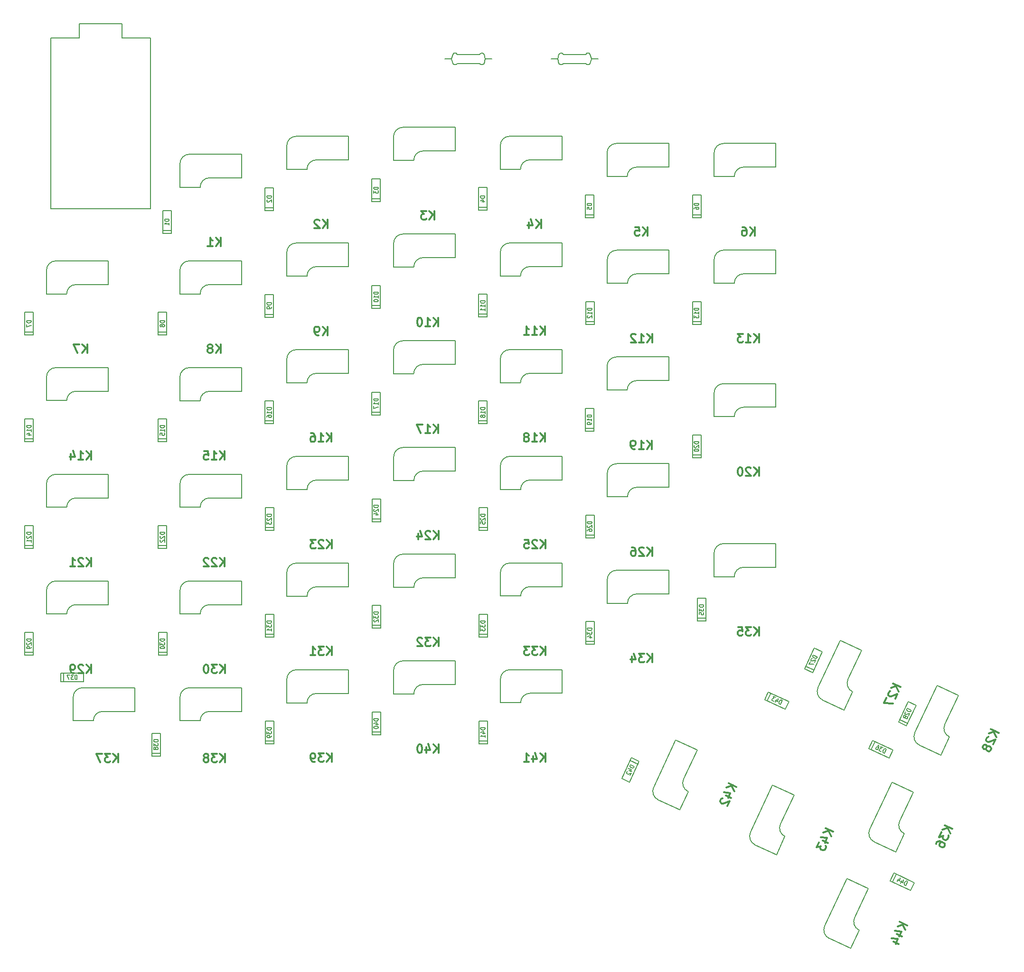
<source format=gbr>
G04 #@! TF.GenerationSoftware,KiCad,Pcbnew,(5.0.1)-3*
G04 #@! TF.CreationDate,2019-02-15T18:45:51-08:00*
G04 #@! TF.ProjectId,ErgoMaxLeft,4572676F4D61784C6566742E6B696361,rev?*
G04 #@! TF.SameCoordinates,Original*
G04 #@! TF.FileFunction,Legend,Bot*
G04 #@! TF.FilePolarity,Positive*
%FSLAX46Y46*%
G04 Gerber Fmt 4.6, Leading zero omitted, Abs format (unit mm)*
G04 Created by KiCad (PCBNEW (5.0.1)-3) date 15/02/2019 18:45:51*
%MOMM*%
%LPD*%
G01*
G04 APERTURE LIST*
%ADD10C,0.150000*%
%ADD11C,0.304800*%
G04 APERTURE END LIST*
D10*
G04 #@! TO.C,D25*
X197285961Y-124047005D02*
X195761961Y-124047005D01*
X195761961Y-119983005D02*
X195761961Y-124047005D01*
X195761961Y-124047005D02*
X195761961Y-119983005D01*
X195761961Y-119983005D02*
X197285961Y-119983005D01*
X197285961Y-119983005D02*
X197285961Y-124047005D01*
X197285961Y-123539005D02*
X195761961Y-123539005D01*
G04 #@! TO.C,D26*
X216335961Y-125357845D02*
X214811961Y-125357845D01*
X214811961Y-121293845D02*
X214811961Y-125357845D01*
X214811961Y-125357845D02*
X214811961Y-121293845D01*
X214811961Y-121293845D02*
X216335961Y-121293845D01*
X216335961Y-121293845D02*
X216335961Y-125357845D01*
X216335961Y-124849845D02*
X214811961Y-124849845D01*
G04 #@! TO.C,D27*
X255277106Y-149389673D02*
X253895893Y-148745602D01*
X255613414Y-145062367D02*
X253895893Y-148745602D01*
X253895893Y-148745602D02*
X255613414Y-145062367D01*
X255613414Y-145062367D02*
X256994627Y-145706438D01*
X256994627Y-145706438D02*
X255277106Y-149389673D01*
X255491796Y-148929268D02*
X254110583Y-148285198D01*
G04 #@! TO.C,D28*
X272018246Y-158912133D02*
X270637033Y-158268062D01*
X272354554Y-154584827D02*
X270637033Y-158268062D01*
X270637033Y-158268062D02*
X272354554Y-154584827D01*
X272354554Y-154584827D02*
X273735767Y-155228898D01*
X273735767Y-155228898D02*
X272018246Y-158912133D01*
X272232936Y-158451728D02*
X270851723Y-157807658D01*
G04 #@! TO.C,D29*
X116325961Y-146297005D02*
X114801961Y-146297005D01*
X114801961Y-142233005D02*
X114801961Y-146297005D01*
X114801961Y-146297005D02*
X114801961Y-142233005D01*
X114801961Y-142233005D02*
X116325961Y-142233005D01*
X116325961Y-142233005D02*
X116325961Y-146297005D01*
X116325961Y-145789005D02*
X114801961Y-145789005D01*
G04 #@! TO.C,D30*
X140135961Y-146297005D02*
X138611961Y-146297005D01*
X138611961Y-142233005D02*
X138611961Y-146297005D01*
X138611961Y-146297005D02*
X138611961Y-142233005D01*
X138611961Y-142233005D02*
X140135961Y-142233005D01*
X140135961Y-142233005D02*
X140135961Y-146297005D01*
X140135961Y-145789005D02*
X138611961Y-145789005D01*
G04 #@! TO.C,D31*
X159185961Y-143117005D02*
X157661961Y-143117005D01*
X157661961Y-139053005D02*
X157661961Y-143117005D01*
X157661961Y-143117005D02*
X157661961Y-139053005D01*
X157661961Y-139053005D02*
X159185961Y-139053005D01*
X159185961Y-139053005D02*
X159185961Y-143117005D01*
X159185961Y-142609005D02*
X157661961Y-142609005D01*
G04 #@! TO.C,D32*
X178235961Y-141507005D02*
X176711961Y-141507005D01*
X176711961Y-137443005D02*
X176711961Y-141507005D01*
X176711961Y-141507005D02*
X176711961Y-137443005D01*
X176711961Y-137443005D02*
X178235961Y-137443005D01*
X178235961Y-137443005D02*
X178235961Y-141507005D01*
X178235961Y-140999005D02*
X176711961Y-140999005D01*
G04 #@! TO.C,D33*
X197285961Y-143087005D02*
X195761961Y-143087005D01*
X195761961Y-139023005D02*
X195761961Y-143087005D01*
X195761961Y-143087005D02*
X195761961Y-139023005D01*
X195761961Y-139023005D02*
X197285961Y-139023005D01*
X197285961Y-139023005D02*
X197285961Y-143087005D01*
X197285961Y-142579005D02*
X195761961Y-142579005D01*
G04 #@! TO.C,D34*
X216335961Y-144387005D02*
X214811961Y-144387005D01*
X214811961Y-140323005D02*
X214811961Y-144387005D01*
X214811961Y-144387005D02*
X214811961Y-140323005D01*
X214811961Y-140323005D02*
X216335961Y-140323005D01*
X216335961Y-140323005D02*
X216335961Y-144387005D01*
X216335961Y-143879005D02*
X214811961Y-143879005D01*
G04 #@! TO.C,D12*
X216335961Y-87260525D02*
X214811961Y-87260525D01*
X214811961Y-83196525D02*
X214811961Y-87260525D01*
X214811961Y-87260525D02*
X214811961Y-83196525D01*
X214811961Y-83196525D02*
X216335961Y-83196525D01*
X216335961Y-83196525D02*
X216335961Y-87260525D01*
X216335961Y-86752525D02*
X214811961Y-86752525D01*
G04 #@! TO.C,D36*
X265303427Y-162932866D02*
X265947498Y-161551653D01*
X269630733Y-163269174D02*
X265947498Y-161551653D01*
X265947498Y-161551653D02*
X269630733Y-163269174D01*
X269630733Y-163269174D02*
X268986662Y-164650387D01*
X268986662Y-164650387D02*
X265303427Y-162932866D01*
X265763832Y-163147556D02*
X266407902Y-161766343D01*
G04 #@! TO.C,D37*
X121234200Y-151053800D02*
X121234200Y-149529800D01*
X125298200Y-149529800D02*
X121234200Y-149529800D01*
X121234200Y-149529800D02*
X125298200Y-149529800D01*
X125298200Y-149529800D02*
X125298200Y-151053800D01*
X125298200Y-151053800D02*
X121234200Y-151053800D01*
X121742200Y-151053800D02*
X121742200Y-149529800D01*
G04 #@! TO.C,D38*
X138963400Y-164287200D02*
X137439400Y-164287200D01*
X137439400Y-160223200D02*
X137439400Y-164287200D01*
X137439400Y-164287200D02*
X137439400Y-160223200D01*
X137439400Y-160223200D02*
X138963400Y-160223200D01*
X138963400Y-160223200D02*
X138963400Y-164287200D01*
X138963400Y-163779200D02*
X137439400Y-163779200D01*
G04 #@! TO.C,D39*
X159185961Y-162147005D02*
X157661961Y-162147005D01*
X157661961Y-158083005D02*
X157661961Y-162147005D01*
X157661961Y-162147005D02*
X157661961Y-158083005D01*
X157661961Y-158083005D02*
X159185961Y-158083005D01*
X159185961Y-158083005D02*
X159185961Y-162147005D01*
X159185961Y-161639005D02*
X157661961Y-161639005D01*
G04 #@! TO.C,D40*
X178235961Y-160547005D02*
X176711961Y-160547005D01*
X176711961Y-156483005D02*
X176711961Y-160547005D01*
X176711961Y-160547005D02*
X176711961Y-156483005D01*
X176711961Y-156483005D02*
X178235961Y-156483005D01*
X178235961Y-156483005D02*
X178235961Y-160547005D01*
X178235961Y-160039005D02*
X176711961Y-160039005D01*
G04 #@! TO.C,D41*
X197285961Y-162127005D02*
X195761961Y-162127005D01*
X195761961Y-158063005D02*
X195761961Y-162127005D01*
X195761961Y-162127005D02*
X195761961Y-158063005D01*
X195761961Y-158063005D02*
X197285961Y-158063005D01*
X197285961Y-158063005D02*
X197285961Y-162127005D01*
X197285961Y-161619005D02*
X195761961Y-161619005D01*
G04 #@! TO.C,D42*
X222974414Y-164622907D02*
X224355627Y-165266978D01*
X222638106Y-168950213D02*
X224355627Y-165266978D01*
X224355627Y-165266978D02*
X222638106Y-168950213D01*
X222638106Y-168950213D02*
X221256893Y-168306142D01*
X221256893Y-168306142D02*
X222974414Y-164622907D01*
X222759724Y-165083312D02*
X224140937Y-165727382D01*
G04 #@! TO.C,D43*
X246756347Y-154238446D02*
X247400418Y-152857233D01*
X251083653Y-154574754D02*
X247400418Y-152857233D01*
X247400418Y-152857233D02*
X251083653Y-154574754D01*
X251083653Y-154574754D02*
X250439582Y-155955967D01*
X250439582Y-155955967D02*
X246756347Y-154238446D01*
X247216752Y-154453136D02*
X247860822Y-153071923D01*
G04 #@! TO.C,D44*
X269113427Y-186562486D02*
X269757498Y-185181273D01*
X273440733Y-186898794D02*
X269757498Y-185181273D01*
X269757498Y-185181273D02*
X273440733Y-186898794D01*
X273440733Y-186898794D02*
X272796662Y-188280007D01*
X272796662Y-188280007D02*
X269113427Y-186562486D01*
X269573832Y-186777176D02*
X270217902Y-185395963D01*
G04 #@! TO.C,D22*
X140127561Y-127259045D02*
X138603561Y-127259045D01*
X138603561Y-123195045D02*
X138603561Y-127259045D01*
X138603561Y-127259045D02*
X138603561Y-123195045D01*
X138603561Y-123195045D02*
X140127561Y-123195045D01*
X140127561Y-123195045D02*
X140127561Y-127259045D01*
X140127561Y-126751045D02*
X138603561Y-126751045D01*
G04 #@! TO.C,D35*
X236280960Y-140225780D02*
X234756960Y-140225780D01*
X234756960Y-136161780D02*
X234756960Y-140225780D01*
X234756960Y-140225780D02*
X234756960Y-136161780D01*
X234756960Y-136161780D02*
X236280960Y-136161780D01*
X236280960Y-136161780D02*
X236280960Y-140225780D01*
X236280960Y-139717780D02*
X234756960Y-139717780D01*
G04 #@! TO.C,D2*
X159175961Y-66924045D02*
X157651961Y-66924045D01*
X157651961Y-62860045D02*
X157651961Y-66924045D01*
X157651961Y-66924045D02*
X157651961Y-62860045D01*
X157651961Y-62860045D02*
X159175961Y-62860045D01*
X159175961Y-62860045D02*
X159175961Y-66924045D01*
X159175961Y-66416045D02*
X157651961Y-66416045D01*
G04 #@! TO.C,D3*
X178215961Y-65326645D02*
X176691961Y-65326645D01*
X176691961Y-61262645D02*
X176691961Y-65326645D01*
X176691961Y-65326645D02*
X176691961Y-61262645D01*
X176691961Y-61262645D02*
X178215961Y-61262645D01*
X178215961Y-61262645D02*
X178215961Y-65326645D01*
X178215961Y-64818645D02*
X176691961Y-64818645D01*
G04 #@! TO.C,D4*
X197255961Y-66910645D02*
X195731961Y-66910645D01*
X195731961Y-62846645D02*
X195731961Y-66910645D01*
X195731961Y-66910645D02*
X195731961Y-62846645D01*
X195731961Y-62846645D02*
X197255961Y-62846645D01*
X197255961Y-62846645D02*
X197255961Y-66910645D01*
X197255961Y-66402645D02*
X195731961Y-66402645D01*
G04 #@! TO.C,D5*
X216293712Y-68210645D02*
X214769712Y-68210645D01*
X214769712Y-64146645D02*
X214769712Y-68210645D01*
X214769712Y-68210645D02*
X214769712Y-64146645D01*
X214769712Y-64146645D02*
X216293712Y-64146645D01*
X216293712Y-64146645D02*
X216293712Y-68210645D01*
X216293712Y-67702645D02*
X214769712Y-67702645D01*
G04 #@! TO.C,D6*
X235385961Y-68212645D02*
X233861961Y-68212645D01*
X233861961Y-64148645D02*
X233861961Y-68212645D01*
X233861961Y-68212645D02*
X233861961Y-64148645D01*
X233861961Y-64148645D02*
X235385961Y-64148645D01*
X235385961Y-64148645D02*
X235385961Y-68212645D01*
X235385961Y-67704645D02*
X233861961Y-67704645D01*
G04 #@! TO.C,D7*
X116317641Y-89167645D02*
X114793641Y-89167645D01*
X114793641Y-85103645D02*
X114793641Y-89167645D01*
X114793641Y-89167645D02*
X114793641Y-85103645D01*
X114793641Y-85103645D02*
X116317641Y-85103645D01*
X116317641Y-85103645D02*
X116317641Y-89167645D01*
X116317641Y-88659645D02*
X114793641Y-88659645D01*
G04 #@! TO.C,D8*
X140123061Y-89167645D02*
X138599061Y-89167645D01*
X138599061Y-85103645D02*
X138599061Y-89167645D01*
X138599061Y-89167645D02*
X138599061Y-85103645D01*
X138599061Y-85103645D02*
X140123061Y-85103645D01*
X140123061Y-85103645D02*
X140123061Y-89167645D01*
X140123061Y-88659645D02*
X138599061Y-88659645D01*
G04 #@! TO.C,D9*
X159173061Y-85977645D02*
X157649061Y-85977645D01*
X157649061Y-81913645D02*
X157649061Y-85977645D01*
X157649061Y-85977645D02*
X157649061Y-81913645D01*
X157649061Y-81913645D02*
X159173061Y-81913645D01*
X159173061Y-81913645D02*
X159173061Y-85977645D01*
X159173061Y-85469645D02*
X157649061Y-85469645D01*
G04 #@! TO.C,D10*
X178218661Y-84372085D02*
X176694661Y-84372085D01*
X176694661Y-80308085D02*
X176694661Y-84372085D01*
X176694661Y-84372085D02*
X176694661Y-80308085D01*
X176694661Y-80308085D02*
X178218661Y-80308085D01*
X178218661Y-80308085D02*
X178218661Y-84372085D01*
X178218661Y-83864085D02*
X176694661Y-83864085D01*
G04 #@! TO.C,D23*
X159185961Y-124067245D02*
X157661961Y-124067245D01*
X157661961Y-120003245D02*
X157661961Y-124067245D01*
X157661961Y-124067245D02*
X157661961Y-120003245D01*
X157661961Y-120003245D02*
X159185961Y-120003245D01*
X159185961Y-120003245D02*
X159185961Y-124067245D01*
X159185961Y-123559245D02*
X157661961Y-123559245D01*
G04 #@! TO.C,D24*
X178235961Y-122464245D02*
X176711961Y-122464245D01*
X176711961Y-118400245D02*
X176711961Y-122464245D01*
X176711961Y-122464245D02*
X176711961Y-118400245D01*
X176711961Y-118400245D02*
X178235961Y-118400245D01*
X178235961Y-118400245D02*
X178235961Y-122464245D01*
X178235961Y-121956245D02*
X176711961Y-121956245D01*
G04 #@! TO.C,D13*
X235385961Y-87252945D02*
X233861961Y-87252945D01*
X233861961Y-83188945D02*
X233861961Y-87252945D01*
X233861961Y-87252945D02*
X233861961Y-83188945D01*
X233861961Y-83188945D02*
X235385961Y-83188945D01*
X235385961Y-83188945D02*
X235385961Y-87252945D01*
X235385961Y-86744945D02*
X233861961Y-86744945D01*
G04 #@! TO.C,D14*
X116321041Y-108210745D02*
X114797041Y-108210745D01*
X114797041Y-104146745D02*
X114797041Y-108210745D01*
X114797041Y-108210745D02*
X114797041Y-104146745D01*
X114797041Y-104146745D02*
X116321041Y-104146745D01*
X116321041Y-104146745D02*
X116321041Y-108210745D01*
X116321041Y-107702745D02*
X114797041Y-107702745D01*
G04 #@! TO.C,D15*
X140121821Y-108220345D02*
X138597821Y-108220345D01*
X138597821Y-104156345D02*
X138597821Y-108220345D01*
X138597821Y-108220345D02*
X138597821Y-104156345D01*
X138597821Y-104156345D02*
X140121821Y-104156345D01*
X140121821Y-104156345D02*
X140121821Y-108220345D01*
X140121821Y-107712345D02*
X138597821Y-107712345D01*
G04 #@! TO.C,D16*
X159170561Y-105019625D02*
X157646561Y-105019625D01*
X157646561Y-100955625D02*
X157646561Y-105019625D01*
X157646561Y-105019625D02*
X157646561Y-100955625D01*
X157646561Y-100955625D02*
X159170561Y-100955625D01*
X159170561Y-100955625D02*
X159170561Y-105019625D01*
X159170561Y-104511625D02*
X157646561Y-104511625D01*
G04 #@! TO.C,D17*
X178215001Y-103416545D02*
X176691001Y-103416545D01*
X176691001Y-99352545D02*
X176691001Y-103416545D01*
X176691001Y-103416545D02*
X176691001Y-99352545D01*
X176691001Y-99352545D02*
X178215001Y-99352545D01*
X178215001Y-99352545D02*
X178215001Y-103416545D01*
X178215001Y-102908545D02*
X176691001Y-102908545D01*
G04 #@! TO.C,D18*
X197260401Y-105002265D02*
X195736401Y-105002265D01*
X195736401Y-100938265D02*
X195736401Y-105002265D01*
X195736401Y-105002265D02*
X195736401Y-100938265D01*
X195736401Y-100938265D02*
X197260401Y-100938265D01*
X197260401Y-100938265D02*
X197260401Y-105002265D01*
X197260401Y-104494265D02*
X195736401Y-104494265D01*
G04 #@! TO.C,D19*
X216293561Y-106313045D02*
X214769561Y-106313045D01*
X214769561Y-102249045D02*
X214769561Y-106313045D01*
X214769561Y-106313045D02*
X214769561Y-102249045D01*
X214769561Y-102249045D02*
X216293561Y-102249045D01*
X216293561Y-102249045D02*
X216293561Y-106313045D01*
X216293561Y-105805045D02*
X214769561Y-105805045D01*
G04 #@! TO.C,D20*
X235385961Y-111072645D02*
X233861961Y-111072645D01*
X233861961Y-107008645D02*
X233861961Y-111072645D01*
X233861961Y-111072645D02*
X233861961Y-107008645D01*
X233861961Y-107008645D02*
X235385961Y-107008645D01*
X235385961Y-107008645D02*
X235385961Y-111072645D01*
X235385961Y-110564645D02*
X233861961Y-110564645D01*
G04 #@! TO.C,D21*
X116331361Y-127250845D02*
X114807361Y-127250845D01*
X114807361Y-123186845D02*
X114807361Y-127250845D01*
X114807361Y-127250845D02*
X114807361Y-123186845D01*
X114807361Y-123186845D02*
X116331361Y-123186845D01*
X116331361Y-123186845D02*
X116331361Y-127250845D01*
X116331361Y-126742845D02*
X114807361Y-126742845D01*
G04 #@! TO.C,D11*
X197260561Y-85964425D02*
X195736561Y-85964425D01*
X195736561Y-81900425D02*
X195736561Y-85964425D01*
X195736561Y-85964425D02*
X195736561Y-81900425D01*
X195736561Y-81900425D02*
X197260561Y-81900425D01*
X197260561Y-81900425D02*
X197260561Y-85964425D01*
X197260561Y-85456425D02*
X195736561Y-85456425D01*
G04 #@! TO.C,D1*
X140944600Y-71018400D02*
X139420600Y-71018400D01*
X139420600Y-66954400D02*
X139420600Y-71018400D01*
X139420600Y-71018400D02*
X139420600Y-66954400D01*
X139420600Y-66954400D02*
X140944600Y-66954400D01*
X140944600Y-66954400D02*
X140944600Y-71018400D01*
X140944600Y-70510400D02*
X139420600Y-70510400D01*
G04 #@! TO.C,K23*
X166795000Y-115050240D02*
X172525000Y-115050240D01*
X165120000Y-116725240D02*
G75*
G02X166795000Y-115050240I1675000J0D01*
G01*
X161525000Y-112510240D02*
G75*
G02X163200000Y-110835240I1675000J0D01*
G01*
X163200000Y-110835240D02*
X172525000Y-110835240D01*
X172525000Y-110840240D02*
X172525000Y-115050240D01*
X161525000Y-112510240D02*
X161525000Y-116725240D01*
X161525000Y-116725240D02*
X165120000Y-116725240D01*
G04 #@! TO.C,K22*
X147736600Y-118242040D02*
X153466600Y-118242040D01*
X146061600Y-119917040D02*
G75*
G02X147736600Y-118242040I1675000J0D01*
G01*
X142466600Y-115702040D02*
G75*
G02X144141600Y-114027040I1675000J0D01*
G01*
X144141600Y-114027040D02*
X153466600Y-114027040D01*
X153466600Y-114032040D02*
X153466600Y-118242040D01*
X142466600Y-115702040D02*
X142466600Y-119917040D01*
X142466600Y-119917040D02*
X146061600Y-119917040D01*
G04 #@! TO.C,K21*
X123940400Y-118233840D02*
X129670400Y-118233840D01*
X122265400Y-119908840D02*
G75*
G02X123940400Y-118233840I1675000J0D01*
G01*
X118670400Y-115693840D02*
G75*
G02X120345400Y-114018840I1675000J0D01*
G01*
X120345400Y-114018840D02*
X129670400Y-114018840D01*
X129670400Y-114023840D02*
X129670400Y-118233840D01*
X118670400Y-115693840D02*
X118670400Y-119908840D01*
X118670400Y-119908840D02*
X122265400Y-119908840D01*
G04 #@! TO.C,K20*
X242995000Y-102055640D02*
X248725000Y-102055640D01*
X241320000Y-103730640D02*
G75*
G02X242995000Y-102055640I1675000J0D01*
G01*
X237725000Y-99515640D02*
G75*
G02X239400000Y-97840640I1675000J0D01*
G01*
X239400000Y-97840640D02*
X248725000Y-97840640D01*
X248725000Y-97845640D02*
X248725000Y-102055640D01*
X237725000Y-99515640D02*
X237725000Y-103730640D01*
X237725000Y-103730640D02*
X241320000Y-103730640D01*
G04 #@! TO.C,K19*
X223902600Y-97296040D02*
X229632600Y-97296040D01*
X222227600Y-98971040D02*
G75*
G02X223902600Y-97296040I1675000J0D01*
G01*
X218632600Y-94756040D02*
G75*
G02X220307600Y-93081040I1675000J0D01*
G01*
X220307600Y-93081040D02*
X229632600Y-93081040D01*
X229632600Y-93086040D02*
X229632600Y-97296040D01*
X218632600Y-94756040D02*
X218632600Y-98971040D01*
X218632600Y-98971040D02*
X222227600Y-98971040D01*
G04 #@! TO.C,K18*
X204869440Y-95985260D02*
X210599440Y-95985260D01*
X203194440Y-97660260D02*
G75*
G02X204869440Y-95985260I1675000J0D01*
G01*
X199599440Y-93445260D02*
G75*
G02X201274440Y-91770260I1675000J0D01*
G01*
X201274440Y-91770260D02*
X210599440Y-91770260D01*
X210599440Y-91775260D02*
X210599440Y-95985260D01*
X199599440Y-93445260D02*
X199599440Y-97660260D01*
X199599440Y-97660260D02*
X203194440Y-97660260D01*
G04 #@! TO.C,K17*
X185824040Y-94399540D02*
X191554040Y-94399540D01*
X184149040Y-96074540D02*
G75*
G02X185824040Y-94399540I1675000J0D01*
G01*
X180554040Y-91859540D02*
G75*
G02X182229040Y-90184540I1675000J0D01*
G01*
X182229040Y-90184540D02*
X191554040Y-90184540D01*
X191554040Y-90189540D02*
X191554040Y-94399540D01*
X180554040Y-91859540D02*
X180554040Y-96074540D01*
X180554040Y-96074540D02*
X184149040Y-96074540D01*
G04 #@! TO.C,K16*
X166779600Y-96002620D02*
X172509600Y-96002620D01*
X165104600Y-97677620D02*
G75*
G02X166779600Y-96002620I1675000J0D01*
G01*
X161509600Y-93462620D02*
G75*
G02X163184600Y-91787620I1675000J0D01*
G01*
X163184600Y-91787620D02*
X172509600Y-91787620D01*
X172509600Y-91792620D02*
X172509600Y-96002620D01*
X161509600Y-93462620D02*
X161509600Y-97677620D01*
X161509600Y-97677620D02*
X165104600Y-97677620D01*
G04 #@! TO.C,K15*
X147730860Y-99203340D02*
X153460860Y-99203340D01*
X146055860Y-100878340D02*
G75*
G02X147730860Y-99203340I1675000J0D01*
G01*
X142460860Y-96663340D02*
G75*
G02X144135860Y-94988340I1675000J0D01*
G01*
X144135860Y-94988340D02*
X153460860Y-94988340D01*
X153460860Y-94993340D02*
X153460860Y-99203340D01*
X142460860Y-96663340D02*
X142460860Y-100878340D01*
X142460860Y-100878340D02*
X146055860Y-100878340D01*
G04 #@! TO.C,K14*
X123930080Y-99193740D02*
X129660080Y-99193740D01*
X122255080Y-100868740D02*
G75*
G02X123930080Y-99193740I1675000J0D01*
G01*
X118660080Y-96653740D02*
G75*
G02X120335080Y-94978740I1675000J0D01*
G01*
X120335080Y-94978740D02*
X129660080Y-94978740D01*
X129660080Y-94983740D02*
X129660080Y-99193740D01*
X118660080Y-96653740D02*
X118660080Y-100868740D01*
X118660080Y-100868740D02*
X122255080Y-100868740D01*
G04 #@! TO.C,K24*
X185845000Y-113447240D02*
X191575000Y-113447240D01*
X184170000Y-115122240D02*
G75*
G02X185845000Y-113447240I1675000J0D01*
G01*
X180575000Y-110907240D02*
G75*
G02X182250000Y-109232240I1675000J0D01*
G01*
X182250000Y-109232240D02*
X191575000Y-109232240D01*
X191575000Y-109237240D02*
X191575000Y-113447240D01*
X180575000Y-110907240D02*
X180575000Y-115122240D01*
X180575000Y-115122240D02*
X184170000Y-115122240D01*
G04 #@! TO.C,K12*
X223945000Y-78243520D02*
X229675000Y-78243520D01*
X222270000Y-79918520D02*
G75*
G02X223945000Y-78243520I1675000J0D01*
G01*
X218675000Y-75703520D02*
G75*
G02X220350000Y-74028520I1675000J0D01*
G01*
X220350000Y-74028520D02*
X229675000Y-74028520D01*
X229675000Y-74033520D02*
X229675000Y-78243520D01*
X218675000Y-75703520D02*
X218675000Y-79918520D01*
X218675000Y-79918520D02*
X222270000Y-79918520D01*
G04 #@! TO.C,K11*
X204869600Y-76947420D02*
X210599600Y-76947420D01*
X203194600Y-78622420D02*
G75*
G02X204869600Y-76947420I1675000J0D01*
G01*
X199599600Y-74407420D02*
G75*
G02X201274600Y-72732420I1675000J0D01*
G01*
X201274600Y-72732420D02*
X210599600Y-72732420D01*
X210599600Y-72737420D02*
X210599600Y-76947420D01*
X199599600Y-74407420D02*
X199599600Y-78622420D01*
X199599600Y-78622420D02*
X203194600Y-78622420D01*
G04 #@! TO.C,K10*
X185827700Y-75355080D02*
X191557700Y-75355080D01*
X184152700Y-77030080D02*
G75*
G02X185827700Y-75355080I1675000J0D01*
G01*
X180557700Y-72815080D02*
G75*
G02X182232700Y-71140080I1675000J0D01*
G01*
X182232700Y-71140080D02*
X191557700Y-71140080D01*
X191557700Y-71145080D02*
X191557700Y-75355080D01*
X180557700Y-72815080D02*
X180557700Y-77030080D01*
X180557700Y-77030080D02*
X184152700Y-77030080D01*
G04 #@! TO.C,K9*
X166782100Y-76960640D02*
X172512100Y-76960640D01*
X165107100Y-78635640D02*
G75*
G02X166782100Y-76960640I1675000J0D01*
G01*
X161512100Y-74420640D02*
G75*
G02X163187100Y-72745640I1675000J0D01*
G01*
X163187100Y-72745640D02*
X172512100Y-72745640D01*
X172512100Y-72750640D02*
X172512100Y-76960640D01*
X161512100Y-74420640D02*
X161512100Y-78635640D01*
X161512100Y-78635640D02*
X165107100Y-78635640D01*
G04 #@! TO.C,K8*
X147732100Y-80150640D02*
X153462100Y-80150640D01*
X146057100Y-81825640D02*
G75*
G02X147732100Y-80150640I1675000J0D01*
G01*
X142462100Y-77610640D02*
G75*
G02X144137100Y-75935640I1675000J0D01*
G01*
X144137100Y-75935640D02*
X153462100Y-75935640D01*
X153462100Y-75940640D02*
X153462100Y-80150640D01*
X142462100Y-77610640D02*
X142462100Y-81825640D01*
X142462100Y-81825640D02*
X146057100Y-81825640D01*
G04 #@! TO.C,K7*
X123926680Y-80150640D02*
X129656680Y-80150640D01*
X122251680Y-81825640D02*
G75*
G02X123926680Y-80150640I1675000J0D01*
G01*
X118656680Y-77610640D02*
G75*
G02X120331680Y-75935640I1675000J0D01*
G01*
X120331680Y-75935640D02*
X129656680Y-75935640D01*
X129656680Y-75940640D02*
X129656680Y-80150640D01*
X118656680Y-77610640D02*
X118656680Y-81825640D01*
X118656680Y-81825640D02*
X122251680Y-81825640D01*
G04 #@! TO.C,K6*
X242995000Y-59195640D02*
X248725000Y-59195640D01*
X241320000Y-60870640D02*
G75*
G02X242995000Y-59195640I1675000J0D01*
G01*
X237725000Y-56655640D02*
G75*
G02X239400000Y-54980640I1675000J0D01*
G01*
X239400000Y-54980640D02*
X248725000Y-54980640D01*
X248725000Y-54985640D02*
X248725000Y-59195640D01*
X237725000Y-56655640D02*
X237725000Y-60870640D01*
X237725000Y-60870640D02*
X241320000Y-60870640D01*
G04 #@! TO.C,K5*
X223902751Y-59193640D02*
X229632751Y-59193640D01*
X222227751Y-60868640D02*
G75*
G02X223902751Y-59193640I1675000J0D01*
G01*
X218632751Y-56653640D02*
G75*
G02X220307751Y-54978640I1675000J0D01*
G01*
X220307751Y-54978640D02*
X229632751Y-54978640D01*
X229632751Y-54983640D02*
X229632751Y-59193640D01*
X218632751Y-56653640D02*
X218632751Y-60868640D01*
X218632751Y-60868640D02*
X222227751Y-60868640D01*
G04 #@! TO.C,K4*
X204865000Y-57893640D02*
X210595000Y-57893640D01*
X203190000Y-59568640D02*
G75*
G02X204865000Y-57893640I1675000J0D01*
G01*
X199595000Y-55353640D02*
G75*
G02X201270000Y-53678640I1675000J0D01*
G01*
X201270000Y-53678640D02*
X210595000Y-53678640D01*
X210595000Y-53683640D02*
X210595000Y-57893640D01*
X199595000Y-55353640D02*
X199595000Y-59568640D01*
X199595000Y-59568640D02*
X203190000Y-59568640D01*
G04 #@! TO.C,K3*
X185825000Y-56309640D02*
X191555000Y-56309640D01*
X184150000Y-57984640D02*
G75*
G02X185825000Y-56309640I1675000J0D01*
G01*
X180555000Y-53769640D02*
G75*
G02X182230000Y-52094640I1675000J0D01*
G01*
X182230000Y-52094640D02*
X191555000Y-52094640D01*
X191555000Y-52099640D02*
X191555000Y-56309640D01*
X180555000Y-53769640D02*
X180555000Y-57984640D01*
X180555000Y-57984640D02*
X184150000Y-57984640D01*
G04 #@! TO.C,K1*
X147735000Y-61113640D02*
X153465000Y-61113640D01*
X146060000Y-62788640D02*
G75*
G02X147735000Y-61113640I1675000J0D01*
G01*
X142465000Y-58573640D02*
G75*
G02X144140000Y-56898640I1675000J0D01*
G01*
X144140000Y-56898640D02*
X153465000Y-56898640D01*
X153465000Y-56903640D02*
X153465000Y-61113640D01*
X142465000Y-58573640D02*
X142465000Y-62788640D01*
X142465000Y-62788640D02*
X146060000Y-62788640D01*
G04 #@! TO.C,K13*
X242995000Y-78235940D02*
X248725000Y-78235940D01*
X241320000Y-79910940D02*
G75*
G02X242995000Y-78235940I1675000J0D01*
G01*
X237725000Y-75695940D02*
G75*
G02X239400000Y-74020940I1675000J0D01*
G01*
X239400000Y-74020940D02*
X248725000Y-74020940D01*
X248725000Y-74025940D02*
X248725000Y-78235940D01*
X237725000Y-75695940D02*
X237725000Y-79910940D01*
X237725000Y-79910940D02*
X241320000Y-79910940D01*
G04 #@! TO.C,K44*
X262783364Y-193161694D02*
X265204967Y-187968550D01*
X263593545Y-195387645D02*
G75*
G02X262783364Y-193161694I707885J1518066D01*
G01*
X258254144Y-196864486D02*
G75*
G02X257443964Y-194638534I707886J1518066D01*
G01*
X257443964Y-194638534D02*
X261384880Y-186187214D01*
X261389411Y-186189327D02*
X265204967Y-187968550D01*
X258254144Y-196864486D02*
X262074232Y-198645821D01*
X262074232Y-198645821D02*
X263593544Y-195387645D01*
G04 #@! TO.C,K43*
X249555493Y-176437094D02*
X251977096Y-171243950D01*
X250365674Y-178663045D02*
G75*
G02X249555493Y-176437094I707885J1518066D01*
G01*
X245026273Y-180139886D02*
G75*
G02X244216093Y-177913934I707886J1518066D01*
G01*
X244216093Y-177913934D02*
X248157009Y-169462614D01*
X248161540Y-169464727D02*
X251977096Y-171243950D01*
X245026273Y-180139886D02*
X248846361Y-181921221D01*
X248846361Y-181921221D02*
X250365673Y-178663045D01*
G04 #@! TO.C,K42*
X232284849Y-168418914D02*
X234706452Y-163225770D01*
X233095030Y-170644865D02*
G75*
G02X232284849Y-168418914I707885J1518066D01*
G01*
X227755629Y-172121706D02*
G75*
G02X226945449Y-169895754I707886J1518066D01*
G01*
X226945449Y-169895754D02*
X230886365Y-161444434D01*
X230890896Y-161446547D02*
X234706452Y-163225770D01*
X227755629Y-172121706D02*
X231575717Y-173903041D01*
X231575717Y-173903041D02*
X233095029Y-170644865D01*
G04 #@! TO.C,K41*
X204895000Y-153110000D02*
X210625000Y-153110000D01*
X203220000Y-154785000D02*
G75*
G02X204895000Y-153110000I1675000J0D01*
G01*
X199625000Y-150570000D02*
G75*
G02X201300000Y-148895000I1675000J0D01*
G01*
X201300000Y-148895000D02*
X210625000Y-148895000D01*
X210625000Y-148900000D02*
X210625000Y-153110000D01*
X199625000Y-150570000D02*
X199625000Y-154785000D01*
X199625000Y-154785000D02*
X203220000Y-154785000D01*
G04 #@! TO.C,K40*
X185845000Y-151530000D02*
X191575000Y-151530000D01*
X184170000Y-153205000D02*
G75*
G02X185845000Y-151530000I1675000J0D01*
G01*
X180575000Y-148990000D02*
G75*
G02X182250000Y-147315000I1675000J0D01*
G01*
X182250000Y-147315000D02*
X191575000Y-147315000D01*
X191575000Y-147320000D02*
X191575000Y-151530000D01*
X180575000Y-148990000D02*
X180575000Y-153205000D01*
X180575000Y-153205000D02*
X184170000Y-153205000D01*
G04 #@! TO.C,K39*
X166795000Y-153130000D02*
X172525000Y-153130000D01*
X165120000Y-154805000D02*
G75*
G02X166795000Y-153130000I1675000J0D01*
G01*
X161525000Y-150590000D02*
G75*
G02X163200000Y-148915000I1675000J0D01*
G01*
X163200000Y-148915000D02*
X172525000Y-148915000D01*
X172525000Y-148920000D02*
X172525000Y-153130000D01*
X161525000Y-150590000D02*
X161525000Y-154805000D01*
X161525000Y-154805000D02*
X165120000Y-154805000D01*
G04 #@! TO.C,K38*
X147745000Y-156330000D02*
X153475000Y-156330000D01*
X146070000Y-158005000D02*
G75*
G02X147745000Y-156330000I1675000J0D01*
G01*
X142475000Y-153790000D02*
G75*
G02X144150000Y-152115000I1675000J0D01*
G01*
X144150000Y-152115000D02*
X153475000Y-152115000D01*
X153475000Y-152120000D02*
X153475000Y-156330000D01*
X142475000Y-153790000D02*
X142475000Y-158005000D01*
X142475000Y-158005000D02*
X146070000Y-158005000D01*
G04 #@! TO.C,K37*
X128695000Y-156330000D02*
X134425000Y-156330000D01*
X127020000Y-158005000D02*
G75*
G02X128695000Y-156330000I1675000J0D01*
G01*
X123425000Y-153790000D02*
G75*
G02X125100000Y-152115000I1675000J0D01*
G01*
X125100000Y-152115000D02*
X134425000Y-152115000D01*
X134425000Y-152120000D02*
X134425000Y-156330000D01*
X123425000Y-153790000D02*
X123425000Y-158005000D01*
X123425000Y-158005000D02*
X127020000Y-158005000D01*
G04 #@! TO.C,K36*
X270816218Y-175922062D02*
X273237821Y-170728918D01*
X271626399Y-178148013D02*
G75*
G02X270816218Y-175922062I707885J1518066D01*
G01*
X266286998Y-179624854D02*
G75*
G02X265476818Y-177398902I707886J1518066D01*
G01*
X265476818Y-177398902D02*
X269417734Y-168947582D01*
X269422265Y-168949695D02*
X273237821Y-170728918D01*
X266286998Y-179624854D02*
X270107086Y-181406189D01*
X270107086Y-181406189D02*
X271626398Y-178148013D01*
G04 #@! TO.C,K2*
X166785000Y-57907040D02*
X172515000Y-57907040D01*
X165110000Y-59582040D02*
G75*
G02X166785000Y-57907040I1675000J0D01*
G01*
X161515000Y-55367040D02*
G75*
G02X163190000Y-53692040I1675000J0D01*
G01*
X163190000Y-53692040D02*
X172515000Y-53692040D01*
X172515000Y-53697040D02*
X172515000Y-57907040D01*
X161515000Y-55367040D02*
X161515000Y-59582040D01*
X161515000Y-59582040D02*
X165110000Y-59582040D01*
G04 #@! TO.C,K34*
X223945000Y-135370000D02*
X229675000Y-135370000D01*
X222270000Y-137045000D02*
G75*
G02X223945000Y-135370000I1675000J0D01*
G01*
X218675000Y-132830000D02*
G75*
G02X220350000Y-131155000I1675000J0D01*
G01*
X220350000Y-131155000D02*
X229675000Y-131155000D01*
X229675000Y-131160000D02*
X229675000Y-135370000D01*
X218675000Y-132830000D02*
X218675000Y-137045000D01*
X218675000Y-137045000D02*
X222270000Y-137045000D01*
G04 #@! TO.C,K33*
X204895000Y-134070000D02*
X210625000Y-134070000D01*
X203220000Y-135745000D02*
G75*
G02X204895000Y-134070000I1675000J0D01*
G01*
X199625000Y-131530000D02*
G75*
G02X201300000Y-129855000I1675000J0D01*
G01*
X201300000Y-129855000D02*
X210625000Y-129855000D01*
X210625000Y-129860000D02*
X210625000Y-134070000D01*
X199625000Y-131530000D02*
X199625000Y-135745000D01*
X199625000Y-135745000D02*
X203220000Y-135745000D01*
G04 #@! TO.C,K32*
X185845000Y-132490000D02*
X191575000Y-132490000D01*
X184170000Y-134165000D02*
G75*
G02X185845000Y-132490000I1675000J0D01*
G01*
X180575000Y-129950000D02*
G75*
G02X182250000Y-128275000I1675000J0D01*
G01*
X182250000Y-128275000D02*
X191575000Y-128275000D01*
X191575000Y-128280000D02*
X191575000Y-132490000D01*
X180575000Y-129950000D02*
X180575000Y-134165000D01*
X180575000Y-134165000D02*
X184170000Y-134165000D01*
G04 #@! TO.C,K31*
X166795000Y-134100000D02*
X172525000Y-134100000D01*
X165120000Y-135775000D02*
G75*
G02X166795000Y-134100000I1675000J0D01*
G01*
X161525000Y-131560000D02*
G75*
G02X163200000Y-129885000I1675000J0D01*
G01*
X163200000Y-129885000D02*
X172525000Y-129885000D01*
X172525000Y-129890000D02*
X172525000Y-134100000D01*
X161525000Y-131560000D02*
X161525000Y-135775000D01*
X161525000Y-135775000D02*
X165120000Y-135775000D01*
G04 #@! TO.C,K30*
X147745000Y-137280000D02*
X153475000Y-137280000D01*
X146070000Y-138955000D02*
G75*
G02X147745000Y-137280000I1675000J0D01*
G01*
X142475000Y-134740000D02*
G75*
G02X144150000Y-133065000I1675000J0D01*
G01*
X144150000Y-133065000D02*
X153475000Y-133065000D01*
X153475000Y-133070000D02*
X153475000Y-137280000D01*
X142475000Y-134740000D02*
X142475000Y-138955000D01*
X142475000Y-138955000D02*
X146070000Y-138955000D01*
G04 #@! TO.C,K29*
X123935000Y-137280000D02*
X129665000Y-137280000D01*
X122260000Y-138955000D02*
G75*
G02X123935000Y-137280000I1675000J0D01*
G01*
X118665000Y-134740000D02*
G75*
G02X120340000Y-133065000I1675000J0D01*
G01*
X120340000Y-133065000D02*
X129665000Y-133065000D01*
X129665000Y-133070000D02*
X129665000Y-137280000D01*
X118665000Y-134740000D02*
X118665000Y-138955000D01*
X118665000Y-138955000D02*
X122260000Y-138955000D01*
G04 #@! TO.C,K28*
X278867095Y-158656899D02*
X281288698Y-153463755D01*
X279677276Y-160882850D02*
G75*
G02X278867095Y-158656899I707885J1518066D01*
G01*
X274337875Y-162359691D02*
G75*
G02X273527695Y-160133739I707886J1518066D01*
G01*
X273527695Y-160133739D02*
X277468611Y-151682419D01*
X277473142Y-151684532D02*
X281288698Y-153463755D01*
X274337875Y-162359691D02*
X278157963Y-164141026D01*
X278157963Y-164141026D02*
X279677275Y-160882850D01*
G04 #@! TO.C,K27*
X261607307Y-150606902D02*
X264028910Y-145413758D01*
X262417488Y-152832853D02*
G75*
G02X261607307Y-150606902I707885J1518066D01*
G01*
X257078087Y-154309694D02*
G75*
G02X256267907Y-152083742I707886J1518066D01*
G01*
X256267907Y-152083742D02*
X260208823Y-143632422D01*
X260213354Y-143634535D02*
X264028910Y-145413758D01*
X257078087Y-154309694D02*
X260898175Y-156091029D01*
X260898175Y-156091029D02*
X262417487Y-152832853D01*
G04 #@! TO.C,K25*
X204895000Y-115030000D02*
X210625000Y-115030000D01*
X203220000Y-116705000D02*
G75*
G02X204895000Y-115030000I1675000J0D01*
G01*
X199625000Y-112490000D02*
G75*
G02X201300000Y-110815000I1675000J0D01*
G01*
X201300000Y-110815000D02*
X210625000Y-110815000D01*
X210625000Y-110820000D02*
X210625000Y-115030000D01*
X199625000Y-112490000D02*
X199625000Y-116705000D01*
X199625000Y-116705000D02*
X203220000Y-116705000D01*
G04 #@! TO.C,K26*
X223945000Y-116340840D02*
X229675000Y-116340840D01*
X222270000Y-118015840D02*
G75*
G02X223945000Y-116340840I1675000J0D01*
G01*
X218675000Y-113800840D02*
G75*
G02X220350000Y-112125840I1675000J0D01*
G01*
X220350000Y-112125840D02*
X229675000Y-112125840D01*
X229675000Y-112130840D02*
X229675000Y-116340840D01*
X218675000Y-113800840D02*
X218675000Y-118015840D01*
X218675000Y-118015840D02*
X222270000Y-118015840D01*
G04 #@! TO.C,K35*
X242995000Y-130610000D02*
X248725000Y-130610000D01*
X241320000Y-132285000D02*
G75*
G02X242995000Y-130610000I1675000J0D01*
G01*
X237725000Y-128070000D02*
G75*
G02X239400000Y-126395000I1675000J0D01*
G01*
X239400000Y-126395000D02*
X248725000Y-126395000D01*
X248725000Y-126400000D02*
X248725000Y-130610000D01*
X237725000Y-128070000D02*
X237725000Y-132285000D01*
X237725000Y-132285000D02*
X241320000Y-132285000D01*
G04 #@! TO.C,U1*
X137239660Y-36108640D02*
X137239660Y-66588640D01*
X132159660Y-36108640D02*
X137239660Y-36108640D01*
X132159660Y-33568640D02*
X132159660Y-36108640D01*
X124539660Y-33568640D02*
X132159660Y-33568640D01*
X124539660Y-36108640D02*
X124539660Y-33568640D01*
X119459660Y-36108640D02*
X124539660Y-36108640D01*
X119459660Y-66588640D02*
X119459660Y-36108640D01*
X137239660Y-66588640D02*
X119459660Y-66588640D01*
G04 #@! TO.C,R1*
X210845920Y-40675460D02*
X214845920Y-40675460D01*
X214845920Y-40675460D02*
X215045920Y-40875460D01*
X215045920Y-40875460D02*
X215445920Y-40875460D01*
X215445920Y-40875460D02*
X215645920Y-40675460D01*
X215645920Y-40675460D02*
X215845920Y-39875460D01*
X215845920Y-39875460D02*
X215645920Y-39075460D01*
X215645920Y-39075460D02*
X215445920Y-38875460D01*
X215445920Y-38875460D02*
X215045920Y-38875460D01*
X215045920Y-38875460D02*
X214845920Y-39075460D01*
X214845920Y-39075460D02*
X210845920Y-39075460D01*
X210845920Y-39075460D02*
X210645920Y-38875460D01*
X210645920Y-38875460D02*
X210245920Y-38875460D01*
X210245920Y-38875460D02*
X210045920Y-39075460D01*
X210045920Y-39075460D02*
X209845920Y-39875460D01*
X209845920Y-39875460D02*
X210045920Y-40675460D01*
X210045920Y-40675460D02*
X210245920Y-40875460D01*
X210245920Y-40875460D02*
X210645920Y-40875460D01*
X210645920Y-40875460D02*
X210845920Y-40675460D01*
X208645920Y-39875460D02*
X209845920Y-39875460D01*
X215845920Y-39875460D02*
X217045920Y-39875460D01*
G04 #@! TO.C,R2*
X195907680Y-39075460D02*
X191907680Y-39075460D01*
X191907680Y-39075460D02*
X191707680Y-38875460D01*
X191707680Y-38875460D02*
X191307680Y-38875460D01*
X191307680Y-38875460D02*
X191107680Y-39075460D01*
X191107680Y-39075460D02*
X190907680Y-39875460D01*
X190907680Y-39875460D02*
X191107680Y-40675460D01*
X191107680Y-40675460D02*
X191307680Y-40875460D01*
X191307680Y-40875460D02*
X191707680Y-40875460D01*
X191707680Y-40875460D02*
X191907680Y-40675460D01*
X191907680Y-40675460D02*
X195907680Y-40675460D01*
X195907680Y-40675460D02*
X196107680Y-40875460D01*
X196107680Y-40875460D02*
X196507680Y-40875460D01*
X196507680Y-40875460D02*
X196707680Y-40675460D01*
X196707680Y-40675460D02*
X196907680Y-39875460D01*
X196907680Y-39875460D02*
X196707680Y-39075460D01*
X196707680Y-39075460D02*
X196507680Y-38875460D01*
X196507680Y-38875460D02*
X196107680Y-38875460D01*
X196107680Y-38875460D02*
X195907680Y-39075460D01*
X198107680Y-39875460D02*
X196907680Y-39875460D01*
X190907680Y-39875460D02*
X189707680Y-39875460D01*
G04 #@! TO.C,D25*
X196885865Y-121165005D02*
X196085865Y-121165005D01*
X196085865Y-121331671D01*
X196123961Y-121431671D01*
X196200151Y-121498338D01*
X196276341Y-121531671D01*
X196428722Y-121565005D01*
X196543008Y-121565005D01*
X196695389Y-121531671D01*
X196771580Y-121498338D01*
X196847770Y-121431671D01*
X196885865Y-121331671D01*
X196885865Y-121165005D01*
X196162056Y-121831671D02*
X196123961Y-121865005D01*
X196085865Y-121931671D01*
X196085865Y-122098338D01*
X196123961Y-122165005D01*
X196162056Y-122198338D01*
X196238246Y-122231671D01*
X196314437Y-122231671D01*
X196428722Y-122198338D01*
X196885865Y-121798338D01*
X196885865Y-122231671D01*
X196085865Y-122865005D02*
X196085865Y-122531671D01*
X196466818Y-122498338D01*
X196428722Y-122531671D01*
X196390627Y-122598338D01*
X196390627Y-122765005D01*
X196428722Y-122831671D01*
X196466818Y-122865005D01*
X196543008Y-122898338D01*
X196733484Y-122898338D01*
X196809675Y-122865005D01*
X196847770Y-122831671D01*
X196885865Y-122765005D01*
X196885865Y-122598338D01*
X196847770Y-122531671D01*
X196809675Y-122498338D01*
G04 #@! TO.C,D26*
X215935865Y-122475845D02*
X215135865Y-122475845D01*
X215135865Y-122642511D01*
X215173961Y-122742511D01*
X215250151Y-122809178D01*
X215326341Y-122842511D01*
X215478722Y-122875845D01*
X215593008Y-122875845D01*
X215745389Y-122842511D01*
X215821580Y-122809178D01*
X215897770Y-122742511D01*
X215935865Y-122642511D01*
X215935865Y-122475845D01*
X215212056Y-123142511D02*
X215173961Y-123175845D01*
X215135865Y-123242511D01*
X215135865Y-123409178D01*
X215173961Y-123475845D01*
X215212056Y-123509178D01*
X215288246Y-123542511D01*
X215364437Y-123542511D01*
X215478722Y-123509178D01*
X215935865Y-123109178D01*
X215935865Y-123542511D01*
X215135865Y-124142511D02*
X215135865Y-124009178D01*
X215173961Y-123942511D01*
X215212056Y-123909178D01*
X215326341Y-123842511D01*
X215478722Y-123809178D01*
X215783484Y-123809178D01*
X215859675Y-123842511D01*
X215897770Y-123875845D01*
X215935865Y-123942511D01*
X215935865Y-124075845D01*
X215897770Y-124142511D01*
X215859675Y-124175845D01*
X215783484Y-124209178D01*
X215593008Y-124209178D01*
X215516818Y-124175845D01*
X215478722Y-124142511D01*
X215440627Y-124075845D01*
X215440627Y-123942511D01*
X215478722Y-123875845D01*
X215516818Y-123842511D01*
X215593008Y-123809178D01*
G04 #@! TO.C,D27*
X256132482Y-146608605D02*
X255407436Y-146270511D01*
X255337000Y-146421562D01*
X255329264Y-146528293D01*
X255370141Y-146620913D01*
X255425106Y-146683322D01*
X255549123Y-146777932D01*
X255652701Y-146826231D01*
X255804892Y-146860420D01*
X255888031Y-146862409D01*
X255985258Y-146834188D01*
X256062046Y-146759657D01*
X256132482Y-146608605D01*
X255194742Y-146906916D02*
X255146129Y-146921026D01*
X255083429Y-146965347D01*
X255012992Y-147116398D01*
X255019344Y-147192918D01*
X255039782Y-147239228D01*
X255094747Y-147301638D01*
X255163799Y-147333838D01*
X255281464Y-147351927D01*
X255864824Y-147182600D01*
X255681689Y-147575334D01*
X254858032Y-147448711D02*
X254660810Y-147871655D01*
X255512642Y-147937857D01*
G04 #@! TO.C,D28*
X272873622Y-156131065D02*
X272148576Y-155792971D01*
X272078140Y-155944022D01*
X272070404Y-156050753D01*
X272111281Y-156143373D01*
X272166246Y-156205782D01*
X272290263Y-156300392D01*
X272393841Y-156348691D01*
X272546032Y-156382880D01*
X272629171Y-156384869D01*
X272726398Y-156356648D01*
X272803186Y-156282117D01*
X272873622Y-156131065D01*
X271935882Y-156429376D02*
X271887269Y-156443486D01*
X271824569Y-156487807D01*
X271754132Y-156638858D01*
X271760484Y-156715378D01*
X271780922Y-156761688D01*
X271835887Y-156824098D01*
X271904939Y-156856298D01*
X272022604Y-156874387D01*
X272605964Y-156705060D01*
X272422829Y-157097794D01*
X271839470Y-157267120D02*
X271833118Y-157190600D01*
X271812680Y-157144290D01*
X271757715Y-157081880D01*
X271723189Y-157065780D01*
X271640050Y-157063791D01*
X271591436Y-157077901D01*
X271528736Y-157122222D01*
X271472387Y-157243063D01*
X271478738Y-157319584D01*
X271499177Y-157365894D01*
X271554142Y-157428303D01*
X271588668Y-157444403D01*
X271671807Y-157446392D01*
X271720420Y-157432282D01*
X271783121Y-157387961D01*
X271839470Y-157267120D01*
X271902170Y-157222799D01*
X271950784Y-157208689D01*
X272033923Y-157210678D01*
X272172027Y-157275077D01*
X272226992Y-157337487D01*
X272247431Y-157383797D01*
X272253782Y-157460317D01*
X272197433Y-157581158D01*
X272134732Y-157625479D01*
X272086119Y-157639589D01*
X272002980Y-157637600D01*
X271864876Y-157573201D01*
X271809911Y-157510791D01*
X271789472Y-157464481D01*
X271783121Y-157387961D01*
G04 #@! TO.C,D29*
X115925865Y-143415005D02*
X115125865Y-143415005D01*
X115125865Y-143581671D01*
X115163961Y-143681671D01*
X115240151Y-143748338D01*
X115316341Y-143781671D01*
X115468722Y-143815005D01*
X115583008Y-143815005D01*
X115735389Y-143781671D01*
X115811580Y-143748338D01*
X115887770Y-143681671D01*
X115925865Y-143581671D01*
X115925865Y-143415005D01*
X115202056Y-144081671D02*
X115163961Y-144115005D01*
X115125865Y-144181671D01*
X115125865Y-144348338D01*
X115163961Y-144415005D01*
X115202056Y-144448338D01*
X115278246Y-144481671D01*
X115354437Y-144481671D01*
X115468722Y-144448338D01*
X115925865Y-144048338D01*
X115925865Y-144481671D01*
X115925865Y-144815005D02*
X115925865Y-144948338D01*
X115887770Y-145015005D01*
X115849675Y-145048338D01*
X115735389Y-145115005D01*
X115583008Y-145148338D01*
X115278246Y-145148338D01*
X115202056Y-145115005D01*
X115163961Y-145081671D01*
X115125865Y-145015005D01*
X115125865Y-144881671D01*
X115163961Y-144815005D01*
X115202056Y-144781671D01*
X115278246Y-144748338D01*
X115468722Y-144748338D01*
X115544913Y-144781671D01*
X115583008Y-144815005D01*
X115621103Y-144881671D01*
X115621103Y-145015005D01*
X115583008Y-145081671D01*
X115544913Y-145115005D01*
X115468722Y-145148338D01*
G04 #@! TO.C,D30*
X139735865Y-143415005D02*
X138935865Y-143415005D01*
X138935865Y-143581671D01*
X138973961Y-143681671D01*
X139050151Y-143748338D01*
X139126341Y-143781671D01*
X139278722Y-143815005D01*
X139393008Y-143815005D01*
X139545389Y-143781671D01*
X139621580Y-143748338D01*
X139697770Y-143681671D01*
X139735865Y-143581671D01*
X139735865Y-143415005D01*
X138935865Y-144048338D02*
X138935865Y-144481671D01*
X139240627Y-144248338D01*
X139240627Y-144348338D01*
X139278722Y-144415005D01*
X139316818Y-144448338D01*
X139393008Y-144481671D01*
X139583484Y-144481671D01*
X139659675Y-144448338D01*
X139697770Y-144415005D01*
X139735865Y-144348338D01*
X139735865Y-144148338D01*
X139697770Y-144081671D01*
X139659675Y-144048338D01*
X138935865Y-144915005D02*
X138935865Y-144981671D01*
X138973961Y-145048338D01*
X139012056Y-145081671D01*
X139088246Y-145115005D01*
X139240627Y-145148338D01*
X139431103Y-145148338D01*
X139583484Y-145115005D01*
X139659675Y-145081671D01*
X139697770Y-145048338D01*
X139735865Y-144981671D01*
X139735865Y-144915005D01*
X139697770Y-144848338D01*
X139659675Y-144815005D01*
X139583484Y-144781671D01*
X139431103Y-144748338D01*
X139240627Y-144748338D01*
X139088246Y-144781671D01*
X139012056Y-144815005D01*
X138973961Y-144848338D01*
X138935865Y-144915005D01*
G04 #@! TO.C,D31*
X158785865Y-140235005D02*
X157985865Y-140235005D01*
X157985865Y-140401671D01*
X158023961Y-140501671D01*
X158100151Y-140568338D01*
X158176341Y-140601671D01*
X158328722Y-140635005D01*
X158443008Y-140635005D01*
X158595389Y-140601671D01*
X158671580Y-140568338D01*
X158747770Y-140501671D01*
X158785865Y-140401671D01*
X158785865Y-140235005D01*
X157985865Y-140868338D02*
X157985865Y-141301671D01*
X158290627Y-141068338D01*
X158290627Y-141168338D01*
X158328722Y-141235005D01*
X158366818Y-141268338D01*
X158443008Y-141301671D01*
X158633484Y-141301671D01*
X158709675Y-141268338D01*
X158747770Y-141235005D01*
X158785865Y-141168338D01*
X158785865Y-140968338D01*
X158747770Y-140901671D01*
X158709675Y-140868338D01*
X158785865Y-141968338D02*
X158785865Y-141568338D01*
X158785865Y-141768338D02*
X157985865Y-141768338D01*
X158100151Y-141701671D01*
X158176341Y-141635005D01*
X158214437Y-141568338D01*
G04 #@! TO.C,D32*
X177835865Y-138625005D02*
X177035865Y-138625005D01*
X177035865Y-138791671D01*
X177073961Y-138891671D01*
X177150151Y-138958338D01*
X177226341Y-138991671D01*
X177378722Y-139025005D01*
X177493008Y-139025005D01*
X177645389Y-138991671D01*
X177721580Y-138958338D01*
X177797770Y-138891671D01*
X177835865Y-138791671D01*
X177835865Y-138625005D01*
X177035865Y-139258338D02*
X177035865Y-139691671D01*
X177340627Y-139458338D01*
X177340627Y-139558338D01*
X177378722Y-139625005D01*
X177416818Y-139658338D01*
X177493008Y-139691671D01*
X177683484Y-139691671D01*
X177759675Y-139658338D01*
X177797770Y-139625005D01*
X177835865Y-139558338D01*
X177835865Y-139358338D01*
X177797770Y-139291671D01*
X177759675Y-139258338D01*
X177112056Y-139958338D02*
X177073961Y-139991671D01*
X177035865Y-140058338D01*
X177035865Y-140225005D01*
X177073961Y-140291671D01*
X177112056Y-140325005D01*
X177188246Y-140358338D01*
X177264437Y-140358338D01*
X177378722Y-140325005D01*
X177835865Y-139925005D01*
X177835865Y-140358338D01*
G04 #@! TO.C,D33*
X196885865Y-140205005D02*
X196085865Y-140205005D01*
X196085865Y-140371671D01*
X196123961Y-140471671D01*
X196200151Y-140538338D01*
X196276341Y-140571671D01*
X196428722Y-140605005D01*
X196543008Y-140605005D01*
X196695389Y-140571671D01*
X196771580Y-140538338D01*
X196847770Y-140471671D01*
X196885865Y-140371671D01*
X196885865Y-140205005D01*
X196085865Y-140838338D02*
X196085865Y-141271671D01*
X196390627Y-141038338D01*
X196390627Y-141138338D01*
X196428722Y-141205005D01*
X196466818Y-141238338D01*
X196543008Y-141271671D01*
X196733484Y-141271671D01*
X196809675Y-141238338D01*
X196847770Y-141205005D01*
X196885865Y-141138338D01*
X196885865Y-140938338D01*
X196847770Y-140871671D01*
X196809675Y-140838338D01*
X196085865Y-141505005D02*
X196085865Y-141938338D01*
X196390627Y-141705005D01*
X196390627Y-141805005D01*
X196428722Y-141871671D01*
X196466818Y-141905005D01*
X196543008Y-141938338D01*
X196733484Y-141938338D01*
X196809675Y-141905005D01*
X196847770Y-141871671D01*
X196885865Y-141805005D01*
X196885865Y-141605005D01*
X196847770Y-141538338D01*
X196809675Y-141505005D01*
G04 #@! TO.C,D34*
X215935865Y-141505005D02*
X215135865Y-141505005D01*
X215135865Y-141671671D01*
X215173961Y-141771671D01*
X215250151Y-141838338D01*
X215326341Y-141871671D01*
X215478722Y-141905005D01*
X215593008Y-141905005D01*
X215745389Y-141871671D01*
X215821580Y-141838338D01*
X215897770Y-141771671D01*
X215935865Y-141671671D01*
X215935865Y-141505005D01*
X215135865Y-142138338D02*
X215135865Y-142571671D01*
X215440627Y-142338338D01*
X215440627Y-142438338D01*
X215478722Y-142505005D01*
X215516818Y-142538338D01*
X215593008Y-142571671D01*
X215783484Y-142571671D01*
X215859675Y-142538338D01*
X215897770Y-142505005D01*
X215935865Y-142438338D01*
X215935865Y-142238338D01*
X215897770Y-142171671D01*
X215859675Y-142138338D01*
X215402532Y-143171671D02*
X215935865Y-143171671D01*
X215097770Y-143005005D02*
X215669199Y-142838338D01*
X215669199Y-143271671D01*
G04 #@! TO.C,D12*
X215935865Y-84378525D02*
X215135865Y-84378525D01*
X215135865Y-84545191D01*
X215173961Y-84645191D01*
X215250151Y-84711858D01*
X215326341Y-84745191D01*
X215478722Y-84778525D01*
X215593008Y-84778525D01*
X215745389Y-84745191D01*
X215821580Y-84711858D01*
X215897770Y-84645191D01*
X215935865Y-84545191D01*
X215935865Y-84378525D01*
X215935865Y-85445191D02*
X215935865Y-85045191D01*
X215935865Y-85245191D02*
X215135865Y-85245191D01*
X215250151Y-85178525D01*
X215326341Y-85111858D01*
X215364437Y-85045191D01*
X215212056Y-85711858D02*
X215173961Y-85745191D01*
X215135865Y-85811858D01*
X215135865Y-85978525D01*
X215173961Y-86045191D01*
X215212056Y-86078525D01*
X215288246Y-86111858D01*
X215364437Y-86111858D01*
X215478722Y-86078525D01*
X215935865Y-85678525D01*
X215935865Y-86111858D01*
G04 #@! TO.C,D36*
X268084494Y-163788242D02*
X268422588Y-163063196D01*
X268271537Y-162992760D01*
X268164806Y-162985024D01*
X268072186Y-163025901D01*
X268009777Y-163080866D01*
X267915167Y-163204883D01*
X267866868Y-163308461D01*
X267832679Y-163460652D01*
X267830690Y-163543791D01*
X267858911Y-163641018D01*
X267933442Y-163717806D01*
X268084494Y-163788242D01*
X267848593Y-162795538D02*
X267455860Y-162612403D01*
X267538534Y-162987222D01*
X267447903Y-162944960D01*
X267371383Y-162951312D01*
X267325073Y-162971750D01*
X267262663Y-163026715D01*
X267182164Y-163199345D01*
X267180175Y-163282485D01*
X267194286Y-163331098D01*
X267238606Y-163393798D01*
X267419868Y-163478322D01*
X267496388Y-163471971D01*
X267542698Y-163451532D01*
X266912075Y-162358832D02*
X267032916Y-162415181D01*
X267077237Y-162477882D01*
X267091348Y-162526495D01*
X267103469Y-162658248D01*
X267069280Y-162810439D01*
X266940482Y-163086647D01*
X266878072Y-163141612D01*
X266831762Y-163162051D01*
X266755242Y-163168402D01*
X266634401Y-163112053D01*
X266590080Y-163049352D01*
X266575970Y-163000739D01*
X266577959Y-162917600D01*
X266658458Y-162744970D01*
X266720867Y-162690005D01*
X266767177Y-162669566D01*
X266843698Y-162663215D01*
X266964539Y-162719564D01*
X267008860Y-162782264D01*
X267022970Y-162830878D01*
X267020981Y-162914017D01*
G04 #@! TO.C,D37*
X124116200Y-150653704D02*
X124116200Y-149853704D01*
X123949533Y-149853704D01*
X123849533Y-149891800D01*
X123782866Y-149967990D01*
X123749533Y-150044180D01*
X123716200Y-150196561D01*
X123716200Y-150310847D01*
X123749533Y-150463228D01*
X123782866Y-150539419D01*
X123849533Y-150615609D01*
X123949533Y-150653704D01*
X124116200Y-150653704D01*
X123482866Y-149853704D02*
X123049533Y-149853704D01*
X123282866Y-150158466D01*
X123182866Y-150158466D01*
X123116200Y-150196561D01*
X123082866Y-150234657D01*
X123049533Y-150310847D01*
X123049533Y-150501323D01*
X123082866Y-150577514D01*
X123116200Y-150615609D01*
X123182866Y-150653704D01*
X123382866Y-150653704D01*
X123449533Y-150615609D01*
X123482866Y-150577514D01*
X122816200Y-149853704D02*
X122349533Y-149853704D01*
X122649533Y-150653704D01*
G04 #@! TO.C,D38*
X138563304Y-161405200D02*
X137763304Y-161405200D01*
X137763304Y-161571866D01*
X137801400Y-161671866D01*
X137877590Y-161738533D01*
X137953780Y-161771866D01*
X138106161Y-161805200D01*
X138220447Y-161805200D01*
X138372828Y-161771866D01*
X138449019Y-161738533D01*
X138525209Y-161671866D01*
X138563304Y-161571866D01*
X138563304Y-161405200D01*
X137763304Y-162038533D02*
X137763304Y-162471866D01*
X138068066Y-162238533D01*
X138068066Y-162338533D01*
X138106161Y-162405200D01*
X138144257Y-162438533D01*
X138220447Y-162471866D01*
X138410923Y-162471866D01*
X138487114Y-162438533D01*
X138525209Y-162405200D01*
X138563304Y-162338533D01*
X138563304Y-162138533D01*
X138525209Y-162071866D01*
X138487114Y-162038533D01*
X138106161Y-162871866D02*
X138068066Y-162805200D01*
X138029971Y-162771866D01*
X137953780Y-162738533D01*
X137915685Y-162738533D01*
X137839495Y-162771866D01*
X137801400Y-162805200D01*
X137763304Y-162871866D01*
X137763304Y-163005200D01*
X137801400Y-163071866D01*
X137839495Y-163105200D01*
X137915685Y-163138533D01*
X137953780Y-163138533D01*
X138029971Y-163105200D01*
X138068066Y-163071866D01*
X138106161Y-163005200D01*
X138106161Y-162871866D01*
X138144257Y-162805200D01*
X138182352Y-162771866D01*
X138258542Y-162738533D01*
X138410923Y-162738533D01*
X138487114Y-162771866D01*
X138525209Y-162805200D01*
X138563304Y-162871866D01*
X138563304Y-163005200D01*
X138525209Y-163071866D01*
X138487114Y-163105200D01*
X138410923Y-163138533D01*
X138258542Y-163138533D01*
X138182352Y-163105200D01*
X138144257Y-163071866D01*
X138106161Y-163005200D01*
G04 #@! TO.C,D39*
X158785865Y-159265005D02*
X157985865Y-159265005D01*
X157985865Y-159431671D01*
X158023961Y-159531671D01*
X158100151Y-159598338D01*
X158176341Y-159631671D01*
X158328722Y-159665005D01*
X158443008Y-159665005D01*
X158595389Y-159631671D01*
X158671580Y-159598338D01*
X158747770Y-159531671D01*
X158785865Y-159431671D01*
X158785865Y-159265005D01*
X157985865Y-159898338D02*
X157985865Y-160331671D01*
X158290627Y-160098338D01*
X158290627Y-160198338D01*
X158328722Y-160265005D01*
X158366818Y-160298338D01*
X158443008Y-160331671D01*
X158633484Y-160331671D01*
X158709675Y-160298338D01*
X158747770Y-160265005D01*
X158785865Y-160198338D01*
X158785865Y-159998338D01*
X158747770Y-159931671D01*
X158709675Y-159898338D01*
X158785865Y-160665005D02*
X158785865Y-160798338D01*
X158747770Y-160865005D01*
X158709675Y-160898338D01*
X158595389Y-160965005D01*
X158443008Y-160998338D01*
X158138246Y-160998338D01*
X158062056Y-160965005D01*
X158023961Y-160931671D01*
X157985865Y-160865005D01*
X157985865Y-160731671D01*
X158023961Y-160665005D01*
X158062056Y-160631671D01*
X158138246Y-160598338D01*
X158328722Y-160598338D01*
X158404913Y-160631671D01*
X158443008Y-160665005D01*
X158481103Y-160731671D01*
X158481103Y-160865005D01*
X158443008Y-160931671D01*
X158404913Y-160965005D01*
X158328722Y-160998338D01*
G04 #@! TO.C,D40*
X177835865Y-157665005D02*
X177035865Y-157665005D01*
X177035865Y-157831671D01*
X177073961Y-157931671D01*
X177150151Y-157998338D01*
X177226341Y-158031671D01*
X177378722Y-158065005D01*
X177493008Y-158065005D01*
X177645389Y-158031671D01*
X177721580Y-157998338D01*
X177797770Y-157931671D01*
X177835865Y-157831671D01*
X177835865Y-157665005D01*
X177302532Y-158665005D02*
X177835865Y-158665005D01*
X176997770Y-158498338D02*
X177569199Y-158331671D01*
X177569199Y-158765005D01*
X177035865Y-159165005D02*
X177035865Y-159231671D01*
X177073961Y-159298338D01*
X177112056Y-159331671D01*
X177188246Y-159365005D01*
X177340627Y-159398338D01*
X177531103Y-159398338D01*
X177683484Y-159365005D01*
X177759675Y-159331671D01*
X177797770Y-159298338D01*
X177835865Y-159231671D01*
X177835865Y-159165005D01*
X177797770Y-159098338D01*
X177759675Y-159065005D01*
X177683484Y-159031671D01*
X177531103Y-158998338D01*
X177340627Y-158998338D01*
X177188246Y-159031671D01*
X177112056Y-159065005D01*
X177073961Y-159098338D01*
X177035865Y-159165005D01*
G04 #@! TO.C,D41*
X196885865Y-159245005D02*
X196085865Y-159245005D01*
X196085865Y-159411671D01*
X196123961Y-159511671D01*
X196200151Y-159578338D01*
X196276341Y-159611671D01*
X196428722Y-159645005D01*
X196543008Y-159645005D01*
X196695389Y-159611671D01*
X196771580Y-159578338D01*
X196847770Y-159511671D01*
X196885865Y-159411671D01*
X196885865Y-159245005D01*
X196352532Y-160245005D02*
X196885865Y-160245005D01*
X196047770Y-160078338D02*
X196619199Y-159911671D01*
X196619199Y-160345005D01*
X196885865Y-160978338D02*
X196885865Y-160578338D01*
X196885865Y-160778338D02*
X196085865Y-160778338D01*
X196200151Y-160711671D01*
X196276341Y-160645005D01*
X196314437Y-160578338D01*
G04 #@! TO.C,D42*
X223493482Y-166169145D02*
X222768436Y-165831051D01*
X222698000Y-165982102D01*
X222690264Y-166088833D01*
X222731141Y-166181453D01*
X222786106Y-166243862D01*
X222910123Y-166338472D01*
X223013701Y-166386771D01*
X223165892Y-166420960D01*
X223249031Y-166422949D01*
X223346258Y-166394728D01*
X223423046Y-166320197D01*
X223493482Y-166169145D01*
X222587500Y-166850057D02*
X223070864Y-167075453D01*
X222381728Y-166570208D02*
X222970055Y-166660652D01*
X222786920Y-167053386D01*
X222273997Y-167071661D02*
X222225384Y-167085771D01*
X222162683Y-167130092D01*
X222092247Y-167281143D01*
X222098598Y-167357664D01*
X222119037Y-167403974D01*
X222174002Y-167466383D01*
X222243054Y-167498583D01*
X222360719Y-167516672D01*
X222944078Y-167347346D01*
X222760944Y-167740079D01*
G04 #@! TO.C,D43*
X249537414Y-155093822D02*
X249875508Y-154368776D01*
X249724457Y-154298340D01*
X249617726Y-154290604D01*
X249525106Y-154331481D01*
X249462697Y-154386446D01*
X249368087Y-154510463D01*
X249319788Y-154614041D01*
X249285599Y-154766232D01*
X249283610Y-154849371D01*
X249311831Y-154946598D01*
X249386362Y-155023386D01*
X249537414Y-155093822D01*
X248856502Y-154187840D02*
X248631106Y-154671204D01*
X249136351Y-153982068D02*
X249045907Y-154570395D01*
X248653173Y-154387260D01*
X248697308Y-153819372D02*
X248304575Y-153636238D01*
X248387249Y-154011057D01*
X248296618Y-153968795D01*
X248220097Y-153975146D01*
X248173787Y-153995585D01*
X248111378Y-154050550D01*
X248030879Y-154223180D01*
X248028890Y-154306319D01*
X248043000Y-154354932D01*
X248087321Y-154417633D01*
X248268583Y-154502157D01*
X248345103Y-154495805D01*
X248391413Y-154475366D01*
G04 #@! TO.C,D44*
X271894494Y-187417862D02*
X272232588Y-186692816D01*
X272081537Y-186622380D01*
X271974806Y-186614644D01*
X271882186Y-186655521D01*
X271819777Y-186710486D01*
X271725167Y-186834503D01*
X271676868Y-186938081D01*
X271642679Y-187090272D01*
X271640690Y-187173411D01*
X271668911Y-187270638D01*
X271743442Y-187347426D01*
X271894494Y-187417862D01*
X271213582Y-186511880D02*
X270988186Y-186995244D01*
X271493431Y-186306108D02*
X271402987Y-186894435D01*
X271010253Y-186711300D01*
X270609377Y-186230134D02*
X270383981Y-186713498D01*
X270889226Y-186024362D02*
X270798781Y-186612689D01*
X270406048Y-186429554D01*
G04 #@! TO.C,D22*
X139727465Y-124377045D02*
X138927465Y-124377045D01*
X138927465Y-124543711D01*
X138965561Y-124643711D01*
X139041751Y-124710378D01*
X139117941Y-124743711D01*
X139270322Y-124777045D01*
X139384608Y-124777045D01*
X139536989Y-124743711D01*
X139613180Y-124710378D01*
X139689370Y-124643711D01*
X139727465Y-124543711D01*
X139727465Y-124377045D01*
X139003656Y-125043711D02*
X138965561Y-125077045D01*
X138927465Y-125143711D01*
X138927465Y-125310378D01*
X138965561Y-125377045D01*
X139003656Y-125410378D01*
X139079846Y-125443711D01*
X139156037Y-125443711D01*
X139270322Y-125410378D01*
X139727465Y-125010378D01*
X139727465Y-125443711D01*
X139003656Y-125710378D02*
X138965561Y-125743711D01*
X138927465Y-125810378D01*
X138927465Y-125977045D01*
X138965561Y-126043711D01*
X139003656Y-126077045D01*
X139079846Y-126110378D01*
X139156037Y-126110378D01*
X139270322Y-126077045D01*
X139727465Y-125677045D01*
X139727465Y-126110378D01*
G04 #@! TO.C,D35*
X235880864Y-137343780D02*
X235080864Y-137343780D01*
X235080864Y-137510446D01*
X235118960Y-137610446D01*
X235195150Y-137677113D01*
X235271340Y-137710446D01*
X235423721Y-137743780D01*
X235538007Y-137743780D01*
X235690388Y-137710446D01*
X235766579Y-137677113D01*
X235842769Y-137610446D01*
X235880864Y-137510446D01*
X235880864Y-137343780D01*
X235080864Y-137977113D02*
X235080864Y-138410446D01*
X235385626Y-138177113D01*
X235385626Y-138277113D01*
X235423721Y-138343780D01*
X235461817Y-138377113D01*
X235538007Y-138410446D01*
X235728483Y-138410446D01*
X235804674Y-138377113D01*
X235842769Y-138343780D01*
X235880864Y-138277113D01*
X235880864Y-138077113D01*
X235842769Y-138010446D01*
X235804674Y-137977113D01*
X235080864Y-139043780D02*
X235080864Y-138710446D01*
X235461817Y-138677113D01*
X235423721Y-138710446D01*
X235385626Y-138777113D01*
X235385626Y-138943780D01*
X235423721Y-139010446D01*
X235461817Y-139043780D01*
X235538007Y-139077113D01*
X235728483Y-139077113D01*
X235804674Y-139043780D01*
X235842769Y-139010446D01*
X235880864Y-138943780D01*
X235880864Y-138777113D01*
X235842769Y-138710446D01*
X235804674Y-138677113D01*
G04 #@! TO.C,D2*
X158775865Y-64375378D02*
X157975865Y-64375378D01*
X157975865Y-64542045D01*
X158013961Y-64642045D01*
X158090151Y-64708711D01*
X158166341Y-64742045D01*
X158318722Y-64775378D01*
X158433008Y-64775378D01*
X158585389Y-64742045D01*
X158661580Y-64708711D01*
X158737770Y-64642045D01*
X158775865Y-64542045D01*
X158775865Y-64375378D01*
X158052056Y-65042045D02*
X158013961Y-65075378D01*
X157975865Y-65142045D01*
X157975865Y-65308711D01*
X158013961Y-65375378D01*
X158052056Y-65408711D01*
X158128246Y-65442045D01*
X158204437Y-65442045D01*
X158318722Y-65408711D01*
X158775865Y-65008711D01*
X158775865Y-65442045D01*
G04 #@! TO.C,D3*
X177815865Y-62777978D02*
X177015865Y-62777978D01*
X177015865Y-62944645D01*
X177053961Y-63044645D01*
X177130151Y-63111311D01*
X177206341Y-63144645D01*
X177358722Y-63177978D01*
X177473008Y-63177978D01*
X177625389Y-63144645D01*
X177701580Y-63111311D01*
X177777770Y-63044645D01*
X177815865Y-62944645D01*
X177815865Y-62777978D01*
X177015865Y-63411311D02*
X177015865Y-63844645D01*
X177320627Y-63611311D01*
X177320627Y-63711311D01*
X177358722Y-63777978D01*
X177396818Y-63811311D01*
X177473008Y-63844645D01*
X177663484Y-63844645D01*
X177739675Y-63811311D01*
X177777770Y-63777978D01*
X177815865Y-63711311D01*
X177815865Y-63511311D01*
X177777770Y-63444645D01*
X177739675Y-63411311D01*
G04 #@! TO.C,D4*
X196855865Y-64361978D02*
X196055865Y-64361978D01*
X196055865Y-64528645D01*
X196093961Y-64628645D01*
X196170151Y-64695311D01*
X196246341Y-64728645D01*
X196398722Y-64761978D01*
X196513008Y-64761978D01*
X196665389Y-64728645D01*
X196741580Y-64695311D01*
X196817770Y-64628645D01*
X196855865Y-64528645D01*
X196855865Y-64361978D01*
X196322532Y-65361978D02*
X196855865Y-65361978D01*
X196017770Y-65195311D02*
X196589199Y-65028645D01*
X196589199Y-65461978D01*
G04 #@! TO.C,D5*
X215893616Y-65661978D02*
X215093616Y-65661978D01*
X215093616Y-65828645D01*
X215131712Y-65928645D01*
X215207902Y-65995311D01*
X215284092Y-66028645D01*
X215436473Y-66061978D01*
X215550759Y-66061978D01*
X215703140Y-66028645D01*
X215779331Y-65995311D01*
X215855521Y-65928645D01*
X215893616Y-65828645D01*
X215893616Y-65661978D01*
X215093616Y-66695311D02*
X215093616Y-66361978D01*
X215474569Y-66328645D01*
X215436473Y-66361978D01*
X215398378Y-66428645D01*
X215398378Y-66595311D01*
X215436473Y-66661978D01*
X215474569Y-66695311D01*
X215550759Y-66728645D01*
X215741235Y-66728645D01*
X215817426Y-66695311D01*
X215855521Y-66661978D01*
X215893616Y-66595311D01*
X215893616Y-66428645D01*
X215855521Y-66361978D01*
X215817426Y-66328645D01*
G04 #@! TO.C,D6*
X234985865Y-65663978D02*
X234185865Y-65663978D01*
X234185865Y-65830645D01*
X234223961Y-65930645D01*
X234300151Y-65997311D01*
X234376341Y-66030645D01*
X234528722Y-66063978D01*
X234643008Y-66063978D01*
X234795389Y-66030645D01*
X234871580Y-65997311D01*
X234947770Y-65930645D01*
X234985865Y-65830645D01*
X234985865Y-65663978D01*
X234185865Y-66663978D02*
X234185865Y-66530645D01*
X234223961Y-66463978D01*
X234262056Y-66430645D01*
X234376341Y-66363978D01*
X234528722Y-66330645D01*
X234833484Y-66330645D01*
X234909675Y-66363978D01*
X234947770Y-66397311D01*
X234985865Y-66463978D01*
X234985865Y-66597311D01*
X234947770Y-66663978D01*
X234909675Y-66697311D01*
X234833484Y-66730645D01*
X234643008Y-66730645D01*
X234566818Y-66697311D01*
X234528722Y-66663978D01*
X234490627Y-66597311D01*
X234490627Y-66463978D01*
X234528722Y-66397311D01*
X234566818Y-66363978D01*
X234643008Y-66330645D01*
G04 #@! TO.C,D7*
X115917545Y-86618978D02*
X115117545Y-86618978D01*
X115117545Y-86785645D01*
X115155641Y-86885645D01*
X115231831Y-86952311D01*
X115308021Y-86985645D01*
X115460402Y-87018978D01*
X115574688Y-87018978D01*
X115727069Y-86985645D01*
X115803260Y-86952311D01*
X115879450Y-86885645D01*
X115917545Y-86785645D01*
X115917545Y-86618978D01*
X115117545Y-87252311D02*
X115117545Y-87718978D01*
X115917545Y-87418978D01*
G04 #@! TO.C,D8*
X139722965Y-86618978D02*
X138922965Y-86618978D01*
X138922965Y-86785645D01*
X138961061Y-86885645D01*
X139037251Y-86952311D01*
X139113441Y-86985645D01*
X139265822Y-87018978D01*
X139380108Y-87018978D01*
X139532489Y-86985645D01*
X139608680Y-86952311D01*
X139684870Y-86885645D01*
X139722965Y-86785645D01*
X139722965Y-86618978D01*
X139265822Y-87418978D02*
X139227727Y-87352311D01*
X139189632Y-87318978D01*
X139113441Y-87285645D01*
X139075346Y-87285645D01*
X138999156Y-87318978D01*
X138961061Y-87352311D01*
X138922965Y-87418978D01*
X138922965Y-87552311D01*
X138961061Y-87618978D01*
X138999156Y-87652311D01*
X139075346Y-87685645D01*
X139113441Y-87685645D01*
X139189632Y-87652311D01*
X139227727Y-87618978D01*
X139265822Y-87552311D01*
X139265822Y-87418978D01*
X139303918Y-87352311D01*
X139342013Y-87318978D01*
X139418203Y-87285645D01*
X139570584Y-87285645D01*
X139646775Y-87318978D01*
X139684870Y-87352311D01*
X139722965Y-87418978D01*
X139722965Y-87552311D01*
X139684870Y-87618978D01*
X139646775Y-87652311D01*
X139570584Y-87685645D01*
X139418203Y-87685645D01*
X139342013Y-87652311D01*
X139303918Y-87618978D01*
X139265822Y-87552311D01*
G04 #@! TO.C,D9*
X158772965Y-83428978D02*
X157972965Y-83428978D01*
X157972965Y-83595645D01*
X158011061Y-83695645D01*
X158087251Y-83762311D01*
X158163441Y-83795645D01*
X158315822Y-83828978D01*
X158430108Y-83828978D01*
X158582489Y-83795645D01*
X158658680Y-83762311D01*
X158734870Y-83695645D01*
X158772965Y-83595645D01*
X158772965Y-83428978D01*
X158772965Y-84162311D02*
X158772965Y-84295645D01*
X158734870Y-84362311D01*
X158696775Y-84395645D01*
X158582489Y-84462311D01*
X158430108Y-84495645D01*
X158125346Y-84495645D01*
X158049156Y-84462311D01*
X158011061Y-84428978D01*
X157972965Y-84362311D01*
X157972965Y-84228978D01*
X158011061Y-84162311D01*
X158049156Y-84128978D01*
X158125346Y-84095645D01*
X158315822Y-84095645D01*
X158392013Y-84128978D01*
X158430108Y-84162311D01*
X158468203Y-84228978D01*
X158468203Y-84362311D01*
X158430108Y-84428978D01*
X158392013Y-84462311D01*
X158315822Y-84495645D01*
G04 #@! TO.C,D10*
X177818565Y-81490085D02*
X177018565Y-81490085D01*
X177018565Y-81656751D01*
X177056661Y-81756751D01*
X177132851Y-81823418D01*
X177209041Y-81856751D01*
X177361422Y-81890085D01*
X177475708Y-81890085D01*
X177628089Y-81856751D01*
X177704280Y-81823418D01*
X177780470Y-81756751D01*
X177818565Y-81656751D01*
X177818565Y-81490085D01*
X177818565Y-82556751D02*
X177818565Y-82156751D01*
X177818565Y-82356751D02*
X177018565Y-82356751D01*
X177132851Y-82290085D01*
X177209041Y-82223418D01*
X177247137Y-82156751D01*
X177018565Y-82990085D02*
X177018565Y-83056751D01*
X177056661Y-83123418D01*
X177094756Y-83156751D01*
X177170946Y-83190085D01*
X177323327Y-83223418D01*
X177513803Y-83223418D01*
X177666184Y-83190085D01*
X177742375Y-83156751D01*
X177780470Y-83123418D01*
X177818565Y-83056751D01*
X177818565Y-82990085D01*
X177780470Y-82923418D01*
X177742375Y-82890085D01*
X177666184Y-82856751D01*
X177513803Y-82823418D01*
X177323327Y-82823418D01*
X177170946Y-82856751D01*
X177094756Y-82890085D01*
X177056661Y-82923418D01*
X177018565Y-82990085D01*
G04 #@! TO.C,D23*
X158785865Y-121185245D02*
X157985865Y-121185245D01*
X157985865Y-121351911D01*
X158023961Y-121451911D01*
X158100151Y-121518578D01*
X158176341Y-121551911D01*
X158328722Y-121585245D01*
X158443008Y-121585245D01*
X158595389Y-121551911D01*
X158671580Y-121518578D01*
X158747770Y-121451911D01*
X158785865Y-121351911D01*
X158785865Y-121185245D01*
X158062056Y-121851911D02*
X158023961Y-121885245D01*
X157985865Y-121951911D01*
X157985865Y-122118578D01*
X158023961Y-122185245D01*
X158062056Y-122218578D01*
X158138246Y-122251911D01*
X158214437Y-122251911D01*
X158328722Y-122218578D01*
X158785865Y-121818578D01*
X158785865Y-122251911D01*
X157985865Y-122485245D02*
X157985865Y-122918578D01*
X158290627Y-122685245D01*
X158290627Y-122785245D01*
X158328722Y-122851911D01*
X158366818Y-122885245D01*
X158443008Y-122918578D01*
X158633484Y-122918578D01*
X158709675Y-122885245D01*
X158747770Y-122851911D01*
X158785865Y-122785245D01*
X158785865Y-122585245D01*
X158747770Y-122518578D01*
X158709675Y-122485245D01*
G04 #@! TO.C,D24*
X177835865Y-119582245D02*
X177035865Y-119582245D01*
X177035865Y-119748911D01*
X177073961Y-119848911D01*
X177150151Y-119915578D01*
X177226341Y-119948911D01*
X177378722Y-119982245D01*
X177493008Y-119982245D01*
X177645389Y-119948911D01*
X177721580Y-119915578D01*
X177797770Y-119848911D01*
X177835865Y-119748911D01*
X177835865Y-119582245D01*
X177112056Y-120248911D02*
X177073961Y-120282245D01*
X177035865Y-120348911D01*
X177035865Y-120515578D01*
X177073961Y-120582245D01*
X177112056Y-120615578D01*
X177188246Y-120648911D01*
X177264437Y-120648911D01*
X177378722Y-120615578D01*
X177835865Y-120215578D01*
X177835865Y-120648911D01*
X177302532Y-121248911D02*
X177835865Y-121248911D01*
X176997770Y-121082245D02*
X177569199Y-120915578D01*
X177569199Y-121348911D01*
G04 #@! TO.C,D13*
X234985865Y-84370945D02*
X234185865Y-84370945D01*
X234185865Y-84537611D01*
X234223961Y-84637611D01*
X234300151Y-84704278D01*
X234376341Y-84737611D01*
X234528722Y-84770945D01*
X234643008Y-84770945D01*
X234795389Y-84737611D01*
X234871580Y-84704278D01*
X234947770Y-84637611D01*
X234985865Y-84537611D01*
X234985865Y-84370945D01*
X234985865Y-85437611D02*
X234985865Y-85037611D01*
X234985865Y-85237611D02*
X234185865Y-85237611D01*
X234300151Y-85170945D01*
X234376341Y-85104278D01*
X234414437Y-85037611D01*
X234185865Y-85670945D02*
X234185865Y-86104278D01*
X234490627Y-85870945D01*
X234490627Y-85970945D01*
X234528722Y-86037611D01*
X234566818Y-86070945D01*
X234643008Y-86104278D01*
X234833484Y-86104278D01*
X234909675Y-86070945D01*
X234947770Y-86037611D01*
X234985865Y-85970945D01*
X234985865Y-85770945D01*
X234947770Y-85704278D01*
X234909675Y-85670945D01*
G04 #@! TO.C,D14*
X115920945Y-105328745D02*
X115120945Y-105328745D01*
X115120945Y-105495411D01*
X115159041Y-105595411D01*
X115235231Y-105662078D01*
X115311421Y-105695411D01*
X115463802Y-105728745D01*
X115578088Y-105728745D01*
X115730469Y-105695411D01*
X115806660Y-105662078D01*
X115882850Y-105595411D01*
X115920945Y-105495411D01*
X115920945Y-105328745D01*
X115920945Y-106395411D02*
X115920945Y-105995411D01*
X115920945Y-106195411D02*
X115120945Y-106195411D01*
X115235231Y-106128745D01*
X115311421Y-106062078D01*
X115349517Y-105995411D01*
X115387612Y-106995411D02*
X115920945Y-106995411D01*
X115082850Y-106828745D02*
X115654279Y-106662078D01*
X115654279Y-107095411D01*
G04 #@! TO.C,D15*
X139721725Y-105338345D02*
X138921725Y-105338345D01*
X138921725Y-105505011D01*
X138959821Y-105605011D01*
X139036011Y-105671678D01*
X139112201Y-105705011D01*
X139264582Y-105738345D01*
X139378868Y-105738345D01*
X139531249Y-105705011D01*
X139607440Y-105671678D01*
X139683630Y-105605011D01*
X139721725Y-105505011D01*
X139721725Y-105338345D01*
X139721725Y-106405011D02*
X139721725Y-106005011D01*
X139721725Y-106205011D02*
X138921725Y-106205011D01*
X139036011Y-106138345D01*
X139112201Y-106071678D01*
X139150297Y-106005011D01*
X138921725Y-107038345D02*
X138921725Y-106705011D01*
X139302678Y-106671678D01*
X139264582Y-106705011D01*
X139226487Y-106771678D01*
X139226487Y-106938345D01*
X139264582Y-107005011D01*
X139302678Y-107038345D01*
X139378868Y-107071678D01*
X139569344Y-107071678D01*
X139645535Y-107038345D01*
X139683630Y-107005011D01*
X139721725Y-106938345D01*
X139721725Y-106771678D01*
X139683630Y-106705011D01*
X139645535Y-106671678D01*
G04 #@! TO.C,D16*
X158770465Y-102137625D02*
X157970465Y-102137625D01*
X157970465Y-102304291D01*
X158008561Y-102404291D01*
X158084751Y-102470958D01*
X158160941Y-102504291D01*
X158313322Y-102537625D01*
X158427608Y-102537625D01*
X158579989Y-102504291D01*
X158656180Y-102470958D01*
X158732370Y-102404291D01*
X158770465Y-102304291D01*
X158770465Y-102137625D01*
X158770465Y-103204291D02*
X158770465Y-102804291D01*
X158770465Y-103004291D02*
X157970465Y-103004291D01*
X158084751Y-102937625D01*
X158160941Y-102870958D01*
X158199037Y-102804291D01*
X157970465Y-103804291D02*
X157970465Y-103670958D01*
X158008561Y-103604291D01*
X158046656Y-103570958D01*
X158160941Y-103504291D01*
X158313322Y-103470958D01*
X158618084Y-103470958D01*
X158694275Y-103504291D01*
X158732370Y-103537625D01*
X158770465Y-103604291D01*
X158770465Y-103737625D01*
X158732370Y-103804291D01*
X158694275Y-103837625D01*
X158618084Y-103870958D01*
X158427608Y-103870958D01*
X158351418Y-103837625D01*
X158313322Y-103804291D01*
X158275227Y-103737625D01*
X158275227Y-103604291D01*
X158313322Y-103537625D01*
X158351418Y-103504291D01*
X158427608Y-103470958D01*
G04 #@! TO.C,D17*
X177814905Y-100534545D02*
X177014905Y-100534545D01*
X177014905Y-100701211D01*
X177053001Y-100801211D01*
X177129191Y-100867878D01*
X177205381Y-100901211D01*
X177357762Y-100934545D01*
X177472048Y-100934545D01*
X177624429Y-100901211D01*
X177700620Y-100867878D01*
X177776810Y-100801211D01*
X177814905Y-100701211D01*
X177814905Y-100534545D01*
X177814905Y-101601211D02*
X177814905Y-101201211D01*
X177814905Y-101401211D02*
X177014905Y-101401211D01*
X177129191Y-101334545D01*
X177205381Y-101267878D01*
X177243477Y-101201211D01*
X177014905Y-101834545D02*
X177014905Y-102301211D01*
X177814905Y-102001211D01*
G04 #@! TO.C,D18*
X196860305Y-102120265D02*
X196060305Y-102120265D01*
X196060305Y-102286931D01*
X196098401Y-102386931D01*
X196174591Y-102453598D01*
X196250781Y-102486931D01*
X196403162Y-102520265D01*
X196517448Y-102520265D01*
X196669829Y-102486931D01*
X196746020Y-102453598D01*
X196822210Y-102386931D01*
X196860305Y-102286931D01*
X196860305Y-102120265D01*
X196860305Y-103186931D02*
X196860305Y-102786931D01*
X196860305Y-102986931D02*
X196060305Y-102986931D01*
X196174591Y-102920265D01*
X196250781Y-102853598D01*
X196288877Y-102786931D01*
X196403162Y-103586931D02*
X196365067Y-103520265D01*
X196326972Y-103486931D01*
X196250781Y-103453598D01*
X196212686Y-103453598D01*
X196136496Y-103486931D01*
X196098401Y-103520265D01*
X196060305Y-103586931D01*
X196060305Y-103720265D01*
X196098401Y-103786931D01*
X196136496Y-103820265D01*
X196212686Y-103853598D01*
X196250781Y-103853598D01*
X196326972Y-103820265D01*
X196365067Y-103786931D01*
X196403162Y-103720265D01*
X196403162Y-103586931D01*
X196441258Y-103520265D01*
X196479353Y-103486931D01*
X196555543Y-103453598D01*
X196707924Y-103453598D01*
X196784115Y-103486931D01*
X196822210Y-103520265D01*
X196860305Y-103586931D01*
X196860305Y-103720265D01*
X196822210Y-103786931D01*
X196784115Y-103820265D01*
X196707924Y-103853598D01*
X196555543Y-103853598D01*
X196479353Y-103820265D01*
X196441258Y-103786931D01*
X196403162Y-103720265D01*
G04 #@! TO.C,D19*
X215893465Y-103431045D02*
X215093465Y-103431045D01*
X215093465Y-103597711D01*
X215131561Y-103697711D01*
X215207751Y-103764378D01*
X215283941Y-103797711D01*
X215436322Y-103831045D01*
X215550608Y-103831045D01*
X215702989Y-103797711D01*
X215779180Y-103764378D01*
X215855370Y-103697711D01*
X215893465Y-103597711D01*
X215893465Y-103431045D01*
X215893465Y-104497711D02*
X215893465Y-104097711D01*
X215893465Y-104297711D02*
X215093465Y-104297711D01*
X215207751Y-104231045D01*
X215283941Y-104164378D01*
X215322037Y-104097711D01*
X215893465Y-104831045D02*
X215893465Y-104964378D01*
X215855370Y-105031045D01*
X215817275Y-105064378D01*
X215702989Y-105131045D01*
X215550608Y-105164378D01*
X215245846Y-105164378D01*
X215169656Y-105131045D01*
X215131561Y-105097711D01*
X215093465Y-105031045D01*
X215093465Y-104897711D01*
X215131561Y-104831045D01*
X215169656Y-104797711D01*
X215245846Y-104764378D01*
X215436322Y-104764378D01*
X215512513Y-104797711D01*
X215550608Y-104831045D01*
X215588703Y-104897711D01*
X215588703Y-105031045D01*
X215550608Y-105097711D01*
X215512513Y-105131045D01*
X215436322Y-105164378D01*
G04 #@! TO.C,D20*
X234985865Y-108190645D02*
X234185865Y-108190645D01*
X234185865Y-108357311D01*
X234223961Y-108457311D01*
X234300151Y-108523978D01*
X234376341Y-108557311D01*
X234528722Y-108590645D01*
X234643008Y-108590645D01*
X234795389Y-108557311D01*
X234871580Y-108523978D01*
X234947770Y-108457311D01*
X234985865Y-108357311D01*
X234985865Y-108190645D01*
X234262056Y-108857311D02*
X234223961Y-108890645D01*
X234185865Y-108957311D01*
X234185865Y-109123978D01*
X234223961Y-109190645D01*
X234262056Y-109223978D01*
X234338246Y-109257311D01*
X234414437Y-109257311D01*
X234528722Y-109223978D01*
X234985865Y-108823978D01*
X234985865Y-109257311D01*
X234185865Y-109690645D02*
X234185865Y-109757311D01*
X234223961Y-109823978D01*
X234262056Y-109857311D01*
X234338246Y-109890645D01*
X234490627Y-109923978D01*
X234681103Y-109923978D01*
X234833484Y-109890645D01*
X234909675Y-109857311D01*
X234947770Y-109823978D01*
X234985865Y-109757311D01*
X234985865Y-109690645D01*
X234947770Y-109623978D01*
X234909675Y-109590645D01*
X234833484Y-109557311D01*
X234681103Y-109523978D01*
X234490627Y-109523978D01*
X234338246Y-109557311D01*
X234262056Y-109590645D01*
X234223961Y-109623978D01*
X234185865Y-109690645D01*
G04 #@! TO.C,D21*
X115931265Y-124368845D02*
X115131265Y-124368845D01*
X115131265Y-124535511D01*
X115169361Y-124635511D01*
X115245551Y-124702178D01*
X115321741Y-124735511D01*
X115474122Y-124768845D01*
X115588408Y-124768845D01*
X115740789Y-124735511D01*
X115816980Y-124702178D01*
X115893170Y-124635511D01*
X115931265Y-124535511D01*
X115931265Y-124368845D01*
X115207456Y-125035511D02*
X115169361Y-125068845D01*
X115131265Y-125135511D01*
X115131265Y-125302178D01*
X115169361Y-125368845D01*
X115207456Y-125402178D01*
X115283646Y-125435511D01*
X115359837Y-125435511D01*
X115474122Y-125402178D01*
X115931265Y-125002178D01*
X115931265Y-125435511D01*
X115931265Y-126102178D02*
X115931265Y-125702178D01*
X115931265Y-125902178D02*
X115131265Y-125902178D01*
X115245551Y-125835511D01*
X115321741Y-125768845D01*
X115359837Y-125702178D01*
G04 #@! TO.C,D11*
X196860465Y-83082425D02*
X196060465Y-83082425D01*
X196060465Y-83249091D01*
X196098561Y-83349091D01*
X196174751Y-83415758D01*
X196250941Y-83449091D01*
X196403322Y-83482425D01*
X196517608Y-83482425D01*
X196669989Y-83449091D01*
X196746180Y-83415758D01*
X196822370Y-83349091D01*
X196860465Y-83249091D01*
X196860465Y-83082425D01*
X196860465Y-84149091D02*
X196860465Y-83749091D01*
X196860465Y-83949091D02*
X196060465Y-83949091D01*
X196174751Y-83882425D01*
X196250941Y-83815758D01*
X196289037Y-83749091D01*
X196860465Y-84815758D02*
X196860465Y-84415758D01*
X196860465Y-84615758D02*
X196060465Y-84615758D01*
X196174751Y-84549091D01*
X196250941Y-84482425D01*
X196289037Y-84415758D01*
G04 #@! TO.C,D1*
X140544504Y-68469733D02*
X139744504Y-68469733D01*
X139744504Y-68636400D01*
X139782600Y-68736400D01*
X139858790Y-68803066D01*
X139934980Y-68836400D01*
X140087361Y-68869733D01*
X140201647Y-68869733D01*
X140354028Y-68836400D01*
X140430219Y-68803066D01*
X140506409Y-68736400D01*
X140544504Y-68636400D01*
X140544504Y-68469733D01*
X140544504Y-69536400D02*
X140544504Y-69136400D01*
X140544504Y-69336400D02*
X139744504Y-69336400D01*
X139858790Y-69269733D01*
X139934980Y-69203066D01*
X139973076Y-69136400D01*
G04 #@! TO.C,K23*
D11*
X169510571Y-127279668D02*
X169510571Y-125755668D01*
X168639714Y-127279668D02*
X169292857Y-126408811D01*
X168639714Y-125755668D02*
X169510571Y-126626525D01*
X168059142Y-125900811D02*
X167986571Y-125828240D01*
X167841428Y-125755668D01*
X167478571Y-125755668D01*
X167333428Y-125828240D01*
X167260857Y-125900811D01*
X167188285Y-126045954D01*
X167188285Y-126191097D01*
X167260857Y-126408811D01*
X168131714Y-127279668D01*
X167188285Y-127279668D01*
X166680285Y-125755668D02*
X165736857Y-125755668D01*
X166244857Y-126336240D01*
X166027142Y-126336240D01*
X165882000Y-126408811D01*
X165809428Y-126481382D01*
X165736857Y-126626525D01*
X165736857Y-126989382D01*
X165809428Y-127134525D01*
X165882000Y-127207097D01*
X166027142Y-127279668D01*
X166462571Y-127279668D01*
X166607714Y-127207097D01*
X166680285Y-127134525D01*
G04 #@! TO.C,K22*
X150452171Y-130471468D02*
X150452171Y-128947468D01*
X149581314Y-130471468D02*
X150234457Y-129600611D01*
X149581314Y-128947468D02*
X150452171Y-129818325D01*
X149000742Y-129092611D02*
X148928171Y-129020040D01*
X148783028Y-128947468D01*
X148420171Y-128947468D01*
X148275028Y-129020040D01*
X148202457Y-129092611D01*
X148129885Y-129237754D01*
X148129885Y-129382897D01*
X148202457Y-129600611D01*
X149073314Y-130471468D01*
X148129885Y-130471468D01*
X147549314Y-129092611D02*
X147476742Y-129020040D01*
X147331600Y-128947468D01*
X146968742Y-128947468D01*
X146823600Y-129020040D01*
X146751028Y-129092611D01*
X146678457Y-129237754D01*
X146678457Y-129382897D01*
X146751028Y-129600611D01*
X147621885Y-130471468D01*
X146678457Y-130471468D01*
G04 #@! TO.C,K21*
X126655971Y-130463268D02*
X126655971Y-128939268D01*
X125785114Y-130463268D02*
X126438257Y-129592411D01*
X125785114Y-128939268D02*
X126655971Y-129810125D01*
X125204542Y-129084411D02*
X125131971Y-129011840D01*
X124986828Y-128939268D01*
X124623971Y-128939268D01*
X124478828Y-129011840D01*
X124406257Y-129084411D01*
X124333685Y-129229554D01*
X124333685Y-129374697D01*
X124406257Y-129592411D01*
X125277114Y-130463268D01*
X124333685Y-130463268D01*
X122882257Y-130463268D02*
X123753114Y-130463268D01*
X123317685Y-130463268D02*
X123317685Y-128939268D01*
X123462828Y-129156982D01*
X123607971Y-129302125D01*
X123753114Y-129374697D01*
G04 #@! TO.C,K20*
X245710571Y-114285068D02*
X245710571Y-112761068D01*
X244839714Y-114285068D02*
X245492857Y-113414211D01*
X244839714Y-112761068D02*
X245710571Y-113631925D01*
X244259142Y-112906211D02*
X244186571Y-112833640D01*
X244041428Y-112761068D01*
X243678571Y-112761068D01*
X243533428Y-112833640D01*
X243460857Y-112906211D01*
X243388285Y-113051354D01*
X243388285Y-113196497D01*
X243460857Y-113414211D01*
X244331714Y-114285068D01*
X243388285Y-114285068D01*
X242444857Y-112761068D02*
X242299714Y-112761068D01*
X242154571Y-112833640D01*
X242082000Y-112906211D01*
X242009428Y-113051354D01*
X241936857Y-113341640D01*
X241936857Y-113704497D01*
X242009428Y-113994782D01*
X242082000Y-114139925D01*
X242154571Y-114212497D01*
X242299714Y-114285068D01*
X242444857Y-114285068D01*
X242590000Y-114212497D01*
X242662571Y-114139925D01*
X242735142Y-113994782D01*
X242807714Y-113704497D01*
X242807714Y-113341640D01*
X242735142Y-113051354D01*
X242662571Y-112906211D01*
X242590000Y-112833640D01*
X242444857Y-112761068D01*
G04 #@! TO.C,K19*
X226618171Y-109525468D02*
X226618171Y-108001468D01*
X225747314Y-109525468D02*
X226400457Y-108654611D01*
X225747314Y-108001468D02*
X226618171Y-108872325D01*
X224295885Y-109525468D02*
X225166742Y-109525468D01*
X224731314Y-109525468D02*
X224731314Y-108001468D01*
X224876457Y-108219182D01*
X225021600Y-108364325D01*
X225166742Y-108436897D01*
X223570171Y-109525468D02*
X223279885Y-109525468D01*
X223134742Y-109452897D01*
X223062171Y-109380325D01*
X222917028Y-109162611D01*
X222844457Y-108872325D01*
X222844457Y-108291754D01*
X222917028Y-108146611D01*
X222989600Y-108074040D01*
X223134742Y-108001468D01*
X223425028Y-108001468D01*
X223570171Y-108074040D01*
X223642742Y-108146611D01*
X223715314Y-108291754D01*
X223715314Y-108654611D01*
X223642742Y-108799754D01*
X223570171Y-108872325D01*
X223425028Y-108944897D01*
X223134742Y-108944897D01*
X222989600Y-108872325D01*
X222917028Y-108799754D01*
X222844457Y-108654611D01*
G04 #@! TO.C,K18*
X207585011Y-108214688D02*
X207585011Y-106690688D01*
X206714154Y-108214688D02*
X207367297Y-107343831D01*
X206714154Y-106690688D02*
X207585011Y-107561545D01*
X205262725Y-108214688D02*
X206133582Y-108214688D01*
X205698154Y-108214688D02*
X205698154Y-106690688D01*
X205843297Y-106908402D01*
X205988440Y-107053545D01*
X206133582Y-107126117D01*
X204391868Y-107343831D02*
X204537011Y-107271260D01*
X204609582Y-107198688D01*
X204682154Y-107053545D01*
X204682154Y-106980974D01*
X204609582Y-106835831D01*
X204537011Y-106763260D01*
X204391868Y-106690688D01*
X204101582Y-106690688D01*
X203956440Y-106763260D01*
X203883868Y-106835831D01*
X203811297Y-106980974D01*
X203811297Y-107053545D01*
X203883868Y-107198688D01*
X203956440Y-107271260D01*
X204101582Y-107343831D01*
X204391868Y-107343831D01*
X204537011Y-107416402D01*
X204609582Y-107488974D01*
X204682154Y-107634117D01*
X204682154Y-107924402D01*
X204609582Y-108069545D01*
X204537011Y-108142117D01*
X204391868Y-108214688D01*
X204101582Y-108214688D01*
X203956440Y-108142117D01*
X203883868Y-108069545D01*
X203811297Y-107924402D01*
X203811297Y-107634117D01*
X203883868Y-107488974D01*
X203956440Y-107416402D01*
X204101582Y-107343831D01*
G04 #@! TO.C,K17*
X188539611Y-106628968D02*
X188539611Y-105104968D01*
X187668754Y-106628968D02*
X188321897Y-105758111D01*
X187668754Y-105104968D02*
X188539611Y-105975825D01*
X186217325Y-106628968D02*
X187088182Y-106628968D01*
X186652754Y-106628968D02*
X186652754Y-105104968D01*
X186797897Y-105322682D01*
X186943040Y-105467825D01*
X187088182Y-105540397D01*
X185709325Y-105104968D02*
X184693325Y-105104968D01*
X185346468Y-106628968D01*
G04 #@! TO.C,K16*
X169495171Y-108232048D02*
X169495171Y-106708048D01*
X168624314Y-108232048D02*
X169277457Y-107361191D01*
X168624314Y-106708048D02*
X169495171Y-107578905D01*
X167172885Y-108232048D02*
X168043742Y-108232048D01*
X167608314Y-108232048D02*
X167608314Y-106708048D01*
X167753457Y-106925762D01*
X167898600Y-107070905D01*
X168043742Y-107143477D01*
X165866600Y-106708048D02*
X166156885Y-106708048D01*
X166302028Y-106780620D01*
X166374600Y-106853191D01*
X166519742Y-107070905D01*
X166592314Y-107361191D01*
X166592314Y-107941762D01*
X166519742Y-108086905D01*
X166447171Y-108159477D01*
X166302028Y-108232048D01*
X166011742Y-108232048D01*
X165866600Y-108159477D01*
X165794028Y-108086905D01*
X165721457Y-107941762D01*
X165721457Y-107578905D01*
X165794028Y-107433762D01*
X165866600Y-107361191D01*
X166011742Y-107288620D01*
X166302028Y-107288620D01*
X166447171Y-107361191D01*
X166519742Y-107433762D01*
X166592314Y-107578905D01*
G04 #@! TO.C,K15*
X150446431Y-111432768D02*
X150446431Y-109908768D01*
X149575574Y-111432768D02*
X150228717Y-110561911D01*
X149575574Y-109908768D02*
X150446431Y-110779625D01*
X148124145Y-111432768D02*
X148995002Y-111432768D01*
X148559574Y-111432768D02*
X148559574Y-109908768D01*
X148704717Y-110126482D01*
X148849860Y-110271625D01*
X148995002Y-110344197D01*
X146745288Y-109908768D02*
X147471002Y-109908768D01*
X147543574Y-110634482D01*
X147471002Y-110561911D01*
X147325860Y-110489340D01*
X146963002Y-110489340D01*
X146817860Y-110561911D01*
X146745288Y-110634482D01*
X146672717Y-110779625D01*
X146672717Y-111142482D01*
X146745288Y-111287625D01*
X146817860Y-111360197D01*
X146963002Y-111432768D01*
X147325860Y-111432768D01*
X147471002Y-111360197D01*
X147543574Y-111287625D01*
G04 #@! TO.C,K14*
X126645651Y-111423168D02*
X126645651Y-109899168D01*
X125774794Y-111423168D02*
X126427937Y-110552311D01*
X125774794Y-109899168D02*
X126645651Y-110770025D01*
X124323365Y-111423168D02*
X125194222Y-111423168D01*
X124758794Y-111423168D02*
X124758794Y-109899168D01*
X124903937Y-110116882D01*
X125049080Y-110262025D01*
X125194222Y-110334597D01*
X123017080Y-110407168D02*
X123017080Y-111423168D01*
X123379937Y-109826597D02*
X123742794Y-110915168D01*
X122799365Y-110915168D01*
G04 #@! TO.C,K24*
X188560571Y-125676668D02*
X188560571Y-124152668D01*
X187689714Y-125676668D02*
X188342857Y-124805811D01*
X187689714Y-124152668D02*
X188560571Y-125023525D01*
X187109142Y-124297811D02*
X187036571Y-124225240D01*
X186891428Y-124152668D01*
X186528571Y-124152668D01*
X186383428Y-124225240D01*
X186310857Y-124297811D01*
X186238285Y-124442954D01*
X186238285Y-124588097D01*
X186310857Y-124805811D01*
X187181714Y-125676668D01*
X186238285Y-125676668D01*
X184932000Y-124660668D02*
X184932000Y-125676668D01*
X185294857Y-124080097D02*
X185657714Y-125168668D01*
X184714285Y-125168668D01*
G04 #@! TO.C,K12*
X226660571Y-90472948D02*
X226660571Y-88948948D01*
X225789714Y-90472948D02*
X226442857Y-89602091D01*
X225789714Y-88948948D02*
X226660571Y-89819805D01*
X224338285Y-90472948D02*
X225209142Y-90472948D01*
X224773714Y-90472948D02*
X224773714Y-88948948D01*
X224918857Y-89166662D01*
X225064000Y-89311805D01*
X225209142Y-89384377D01*
X223757714Y-89094091D02*
X223685142Y-89021520D01*
X223540000Y-88948948D01*
X223177142Y-88948948D01*
X223032000Y-89021520D01*
X222959428Y-89094091D01*
X222886857Y-89239234D01*
X222886857Y-89384377D01*
X222959428Y-89602091D01*
X223830285Y-90472948D01*
X222886857Y-90472948D01*
G04 #@! TO.C,K11*
X207585171Y-89176848D02*
X207585171Y-87652848D01*
X206714314Y-89176848D02*
X207367457Y-88305991D01*
X206714314Y-87652848D02*
X207585171Y-88523705D01*
X205262885Y-89176848D02*
X206133742Y-89176848D01*
X205698314Y-89176848D02*
X205698314Y-87652848D01*
X205843457Y-87870562D01*
X205988600Y-88015705D01*
X206133742Y-88088277D01*
X203811457Y-89176848D02*
X204682314Y-89176848D01*
X204246885Y-89176848D02*
X204246885Y-87652848D01*
X204392028Y-87870562D01*
X204537171Y-88015705D01*
X204682314Y-88088277D01*
G04 #@! TO.C,K10*
X188543271Y-87584508D02*
X188543271Y-86060508D01*
X187672414Y-87584508D02*
X188325557Y-86713651D01*
X187672414Y-86060508D02*
X188543271Y-86931365D01*
X186220985Y-87584508D02*
X187091842Y-87584508D01*
X186656414Y-87584508D02*
X186656414Y-86060508D01*
X186801557Y-86278222D01*
X186946700Y-86423365D01*
X187091842Y-86495937D01*
X185277557Y-86060508D02*
X185132414Y-86060508D01*
X184987271Y-86133080D01*
X184914700Y-86205651D01*
X184842128Y-86350794D01*
X184769557Y-86641080D01*
X184769557Y-87003937D01*
X184842128Y-87294222D01*
X184914700Y-87439365D01*
X184987271Y-87511937D01*
X185132414Y-87584508D01*
X185277557Y-87584508D01*
X185422700Y-87511937D01*
X185495271Y-87439365D01*
X185567842Y-87294222D01*
X185640414Y-87003937D01*
X185640414Y-86641080D01*
X185567842Y-86350794D01*
X185495271Y-86205651D01*
X185422700Y-86133080D01*
X185277557Y-86060508D01*
G04 #@! TO.C,K9*
X168771957Y-89190068D02*
X168771957Y-87666068D01*
X167901100Y-89190068D02*
X168554242Y-88319211D01*
X167901100Y-87666068D02*
X168771957Y-88536925D01*
X167175385Y-89190068D02*
X166885100Y-89190068D01*
X166739957Y-89117497D01*
X166667385Y-89044925D01*
X166522242Y-88827211D01*
X166449671Y-88536925D01*
X166449671Y-87956354D01*
X166522242Y-87811211D01*
X166594814Y-87738640D01*
X166739957Y-87666068D01*
X167030242Y-87666068D01*
X167175385Y-87738640D01*
X167247957Y-87811211D01*
X167320528Y-87956354D01*
X167320528Y-88319211D01*
X167247957Y-88464354D01*
X167175385Y-88536925D01*
X167030242Y-88609497D01*
X166739957Y-88609497D01*
X166594814Y-88536925D01*
X166522242Y-88464354D01*
X166449671Y-88319211D01*
G04 #@! TO.C,K8*
X149721957Y-92380068D02*
X149721957Y-90856068D01*
X148851100Y-92380068D02*
X149504242Y-91509211D01*
X148851100Y-90856068D02*
X149721957Y-91726925D01*
X147980242Y-91509211D02*
X148125385Y-91436640D01*
X148197957Y-91364068D01*
X148270528Y-91218925D01*
X148270528Y-91146354D01*
X148197957Y-91001211D01*
X148125385Y-90928640D01*
X147980242Y-90856068D01*
X147689957Y-90856068D01*
X147544814Y-90928640D01*
X147472242Y-91001211D01*
X147399671Y-91146354D01*
X147399671Y-91218925D01*
X147472242Y-91364068D01*
X147544814Y-91436640D01*
X147689957Y-91509211D01*
X147980242Y-91509211D01*
X148125385Y-91581782D01*
X148197957Y-91654354D01*
X148270528Y-91799497D01*
X148270528Y-92089782D01*
X148197957Y-92234925D01*
X148125385Y-92307497D01*
X147980242Y-92380068D01*
X147689957Y-92380068D01*
X147544814Y-92307497D01*
X147472242Y-92234925D01*
X147399671Y-92089782D01*
X147399671Y-91799497D01*
X147472242Y-91654354D01*
X147544814Y-91581782D01*
X147689957Y-91509211D01*
G04 #@! TO.C,K7*
X125916537Y-92380068D02*
X125916537Y-90856068D01*
X125045680Y-92380068D02*
X125698822Y-91509211D01*
X125045680Y-90856068D02*
X125916537Y-91726925D01*
X124537680Y-90856068D02*
X123521680Y-90856068D01*
X124174822Y-92380068D01*
G04 #@! TO.C,K6*
X244984857Y-71425068D02*
X244984857Y-69901068D01*
X244114000Y-71425068D02*
X244767142Y-70554211D01*
X244114000Y-69901068D02*
X244984857Y-70771925D01*
X242807714Y-69901068D02*
X243098000Y-69901068D01*
X243243142Y-69973640D01*
X243315714Y-70046211D01*
X243460857Y-70263925D01*
X243533428Y-70554211D01*
X243533428Y-71134782D01*
X243460857Y-71279925D01*
X243388285Y-71352497D01*
X243243142Y-71425068D01*
X242952857Y-71425068D01*
X242807714Y-71352497D01*
X242735142Y-71279925D01*
X242662571Y-71134782D01*
X242662571Y-70771925D01*
X242735142Y-70626782D01*
X242807714Y-70554211D01*
X242952857Y-70481640D01*
X243243142Y-70481640D01*
X243388285Y-70554211D01*
X243460857Y-70626782D01*
X243533428Y-70771925D01*
G04 #@! TO.C,K5*
X225892608Y-71423068D02*
X225892608Y-69899068D01*
X225021751Y-71423068D02*
X225674893Y-70552211D01*
X225021751Y-69899068D02*
X225892608Y-70769925D01*
X223642893Y-69899068D02*
X224368608Y-69899068D01*
X224441179Y-70624782D01*
X224368608Y-70552211D01*
X224223465Y-70479640D01*
X223860608Y-70479640D01*
X223715465Y-70552211D01*
X223642893Y-70624782D01*
X223570322Y-70769925D01*
X223570322Y-71132782D01*
X223642893Y-71277925D01*
X223715465Y-71350497D01*
X223860608Y-71423068D01*
X224223465Y-71423068D01*
X224368608Y-71350497D01*
X224441179Y-71277925D01*
G04 #@! TO.C,K4*
X206854857Y-70123068D02*
X206854857Y-68599068D01*
X205984000Y-70123068D02*
X206637142Y-69252211D01*
X205984000Y-68599068D02*
X206854857Y-69469925D01*
X204677714Y-69107068D02*
X204677714Y-70123068D01*
X205040571Y-68526497D02*
X205403428Y-69615068D01*
X204460000Y-69615068D01*
G04 #@! TO.C,K3*
X187814857Y-68539068D02*
X187814857Y-67015068D01*
X186944000Y-68539068D02*
X187597142Y-67668211D01*
X186944000Y-67015068D02*
X187814857Y-67885925D01*
X186436000Y-67015068D02*
X185492571Y-67015068D01*
X186000571Y-67595640D01*
X185782857Y-67595640D01*
X185637714Y-67668211D01*
X185565142Y-67740782D01*
X185492571Y-67885925D01*
X185492571Y-68248782D01*
X185565142Y-68393925D01*
X185637714Y-68466497D01*
X185782857Y-68539068D01*
X186218285Y-68539068D01*
X186363428Y-68466497D01*
X186436000Y-68393925D01*
G04 #@! TO.C,K1*
X149724857Y-73343068D02*
X149724857Y-71819068D01*
X148854000Y-73343068D02*
X149507142Y-72472211D01*
X148854000Y-71819068D02*
X149724857Y-72689925D01*
X147402571Y-73343068D02*
X148273428Y-73343068D01*
X147838000Y-73343068D02*
X147838000Y-71819068D01*
X147983142Y-72036782D01*
X148128285Y-72181925D01*
X148273428Y-72254497D01*
G04 #@! TO.C,K13*
X245710571Y-90465368D02*
X245710571Y-88941368D01*
X244839714Y-90465368D02*
X245492857Y-89594511D01*
X244839714Y-88941368D02*
X245710571Y-89812225D01*
X243388285Y-90465368D02*
X244259142Y-90465368D01*
X243823714Y-90465368D02*
X243823714Y-88941368D01*
X243968857Y-89159082D01*
X244114000Y-89304225D01*
X244259142Y-89376797D01*
X242880285Y-88941368D02*
X241936857Y-88941368D01*
X242444857Y-89521940D01*
X242227142Y-89521940D01*
X242082000Y-89594511D01*
X242009428Y-89667082D01*
X241936857Y-89812225D01*
X241936857Y-90175082D01*
X242009428Y-90320225D01*
X242082000Y-90392797D01*
X242227142Y-90465368D01*
X242662571Y-90465368D01*
X242807714Y-90392797D01*
X242880285Y-90320225D01*
G04 #@! TO.C,K44*
X272185219Y-194549549D02*
X270804006Y-193905479D01*
X271817179Y-195338814D02*
X271303945Y-194378825D01*
X270435966Y-194694744D02*
X271593271Y-194273519D01*
X270344310Y-196093331D02*
X271265119Y-196522711D01*
X269971484Y-195519110D02*
X271111415Y-195650300D01*
X270712705Y-196505337D01*
X269730910Y-197408772D02*
X270651719Y-197838152D01*
X269358084Y-196834551D02*
X270498014Y-196965741D01*
X270099304Y-197820778D01*
G04 #@! TO.C,K43*
X258957348Y-177824949D02*
X257576135Y-177180879D01*
X258589308Y-178614214D02*
X258076074Y-177654225D01*
X257208095Y-177970144D02*
X258365400Y-177548919D01*
X257116439Y-179368731D02*
X258037248Y-179798111D01*
X256743613Y-178794510D02*
X257883544Y-178925700D01*
X257484834Y-179780737D01*
X256380005Y-179745989D02*
X255981295Y-180601026D01*
X256722161Y-180385981D01*
X256630151Y-180583298D01*
X256634583Y-180745512D01*
X256669685Y-180841954D01*
X256770559Y-180969066D01*
X257099419Y-181122416D01*
X257261634Y-181117984D01*
X257358076Y-181082882D01*
X257485188Y-180982008D01*
X257669208Y-180587375D01*
X257664776Y-180425161D01*
X257629674Y-180328719D01*
G04 #@! TO.C,K42*
X241686704Y-169806769D02*
X240305491Y-169162699D01*
X241318664Y-170596034D02*
X240805430Y-169636045D01*
X239937451Y-169951964D02*
X241094756Y-169530739D01*
X239845795Y-171350551D02*
X240766604Y-171779931D01*
X239472969Y-170776330D02*
X240612900Y-170907520D01*
X240214190Y-171762557D01*
X239210235Y-171854921D02*
X239113793Y-171890023D01*
X238986681Y-171990897D01*
X238833331Y-172319758D01*
X238837763Y-172481972D01*
X238872865Y-172578414D01*
X238973739Y-172705526D01*
X239105283Y-172766866D01*
X239333269Y-172793104D01*
X240490574Y-172371879D01*
X240091864Y-173226916D01*
G04 #@! TO.C,K41*
X207610571Y-165339428D02*
X207610571Y-163815428D01*
X206739714Y-165339428D02*
X207392857Y-164468571D01*
X206739714Y-163815428D02*
X207610571Y-164686285D01*
X205433428Y-164323428D02*
X205433428Y-165339428D01*
X205796285Y-163742857D02*
X206159142Y-164831428D01*
X205215714Y-164831428D01*
X203836857Y-165339428D02*
X204707714Y-165339428D01*
X204272285Y-165339428D02*
X204272285Y-163815428D01*
X204417428Y-164033142D01*
X204562571Y-164178285D01*
X204707714Y-164250857D01*
G04 #@! TO.C,K40*
X188560571Y-163759428D02*
X188560571Y-162235428D01*
X187689714Y-163759428D02*
X188342857Y-162888571D01*
X187689714Y-162235428D02*
X188560571Y-163106285D01*
X186383428Y-162743428D02*
X186383428Y-163759428D01*
X186746285Y-162162857D02*
X187109142Y-163251428D01*
X186165714Y-163251428D01*
X185294857Y-162235428D02*
X185149714Y-162235428D01*
X185004571Y-162308000D01*
X184932000Y-162380571D01*
X184859428Y-162525714D01*
X184786857Y-162816000D01*
X184786857Y-163178857D01*
X184859428Y-163469142D01*
X184932000Y-163614285D01*
X185004571Y-163686857D01*
X185149714Y-163759428D01*
X185294857Y-163759428D01*
X185440000Y-163686857D01*
X185512571Y-163614285D01*
X185585142Y-163469142D01*
X185657714Y-163178857D01*
X185657714Y-162816000D01*
X185585142Y-162525714D01*
X185512571Y-162380571D01*
X185440000Y-162308000D01*
X185294857Y-162235428D01*
G04 #@! TO.C,K39*
X169510571Y-165359428D02*
X169510571Y-163835428D01*
X168639714Y-165359428D02*
X169292857Y-164488571D01*
X168639714Y-163835428D02*
X169510571Y-164706285D01*
X168131714Y-163835428D02*
X167188285Y-163835428D01*
X167696285Y-164416000D01*
X167478571Y-164416000D01*
X167333428Y-164488571D01*
X167260857Y-164561142D01*
X167188285Y-164706285D01*
X167188285Y-165069142D01*
X167260857Y-165214285D01*
X167333428Y-165286857D01*
X167478571Y-165359428D01*
X167914000Y-165359428D01*
X168059142Y-165286857D01*
X168131714Y-165214285D01*
X166462571Y-165359428D02*
X166172285Y-165359428D01*
X166027142Y-165286857D01*
X165954571Y-165214285D01*
X165809428Y-164996571D01*
X165736857Y-164706285D01*
X165736857Y-164125714D01*
X165809428Y-163980571D01*
X165882000Y-163908000D01*
X166027142Y-163835428D01*
X166317428Y-163835428D01*
X166462571Y-163908000D01*
X166535142Y-163980571D01*
X166607714Y-164125714D01*
X166607714Y-164488571D01*
X166535142Y-164633714D01*
X166462571Y-164706285D01*
X166317428Y-164778857D01*
X166027142Y-164778857D01*
X165882000Y-164706285D01*
X165809428Y-164633714D01*
X165736857Y-164488571D01*
G04 #@! TO.C,K38*
X150460571Y-165437508D02*
X150460571Y-163913508D01*
X149589714Y-165437508D02*
X150242857Y-164566651D01*
X149589714Y-163913508D02*
X150460571Y-164784365D01*
X149081714Y-163913508D02*
X148138285Y-163913508D01*
X148646285Y-164494080D01*
X148428571Y-164494080D01*
X148283428Y-164566651D01*
X148210857Y-164639222D01*
X148138285Y-164784365D01*
X148138285Y-165147222D01*
X148210857Y-165292365D01*
X148283428Y-165364937D01*
X148428571Y-165437508D01*
X148864000Y-165437508D01*
X149009142Y-165364937D01*
X149081714Y-165292365D01*
X147267428Y-164566651D02*
X147412571Y-164494080D01*
X147485142Y-164421508D01*
X147557714Y-164276365D01*
X147557714Y-164203794D01*
X147485142Y-164058651D01*
X147412571Y-163986080D01*
X147267428Y-163913508D01*
X146977142Y-163913508D01*
X146832000Y-163986080D01*
X146759428Y-164058651D01*
X146686857Y-164203794D01*
X146686857Y-164276365D01*
X146759428Y-164421508D01*
X146832000Y-164494080D01*
X146977142Y-164566651D01*
X147267428Y-164566651D01*
X147412571Y-164639222D01*
X147485142Y-164711794D01*
X147557714Y-164856937D01*
X147557714Y-165147222D01*
X147485142Y-165292365D01*
X147412571Y-165364937D01*
X147267428Y-165437508D01*
X146977142Y-165437508D01*
X146832000Y-165364937D01*
X146759428Y-165292365D01*
X146686857Y-165147222D01*
X146686857Y-164856937D01*
X146759428Y-164711794D01*
X146832000Y-164639222D01*
X146977142Y-164566651D01*
G04 #@! TO.C,K37*
X131410571Y-165437508D02*
X131410571Y-163913508D01*
X130539714Y-165437508D02*
X131192857Y-164566651D01*
X130539714Y-163913508D02*
X131410571Y-164784365D01*
X130031714Y-163913508D02*
X129088285Y-163913508D01*
X129596285Y-164494080D01*
X129378571Y-164494080D01*
X129233428Y-164566651D01*
X129160857Y-164639222D01*
X129088285Y-164784365D01*
X129088285Y-165147222D01*
X129160857Y-165292365D01*
X129233428Y-165364937D01*
X129378571Y-165437508D01*
X129814000Y-165437508D01*
X129959142Y-165364937D01*
X130031714Y-165292365D01*
X128580285Y-163913508D02*
X127564285Y-163913508D01*
X128217428Y-165437508D01*
G04 #@! TO.C,K36*
X280218073Y-177309917D02*
X278836860Y-176665847D01*
X279850033Y-178099182D02*
X279336799Y-177139193D01*
X278468820Y-177455112D02*
X279626125Y-177033887D01*
X278254130Y-177915516D02*
X277855420Y-178770553D01*
X278596286Y-178555508D01*
X278504276Y-178752825D01*
X278508708Y-178915039D01*
X278543810Y-179011481D01*
X278644684Y-179138593D01*
X278973545Y-179291943D01*
X279135759Y-179287511D01*
X279232201Y-179252409D01*
X279359313Y-179151535D01*
X279543333Y-178756902D01*
X279538901Y-178594688D01*
X279503799Y-178498246D01*
X277303360Y-179954450D02*
X277426040Y-179691361D01*
X277553152Y-179590487D01*
X277649594Y-179555385D01*
X277908250Y-179515851D01*
X278202008Y-179572759D01*
X278728185Y-179818119D01*
X278829059Y-179945231D01*
X278864161Y-180041673D01*
X278868593Y-180203888D01*
X278745913Y-180466976D01*
X278618801Y-180567850D01*
X278522359Y-180602952D01*
X278360144Y-180607384D01*
X278031284Y-180454034D01*
X277930410Y-180326922D01*
X277895308Y-180230480D01*
X277890876Y-180068266D01*
X278013556Y-179805177D01*
X278140668Y-179704303D01*
X278237110Y-179669201D01*
X278399324Y-179664769D01*
G04 #@! TO.C,K2*
X168774857Y-70136468D02*
X168774857Y-68612468D01*
X167904000Y-70136468D02*
X168557142Y-69265611D01*
X167904000Y-68612468D02*
X168774857Y-69483325D01*
X167323428Y-68757611D02*
X167250857Y-68685040D01*
X167105714Y-68612468D01*
X166742857Y-68612468D01*
X166597714Y-68685040D01*
X166525142Y-68757611D01*
X166452571Y-68902754D01*
X166452571Y-69047897D01*
X166525142Y-69265611D01*
X167396000Y-70136468D01*
X166452571Y-70136468D01*
G04 #@! TO.C,K34*
X226660571Y-147599428D02*
X226660571Y-146075428D01*
X225789714Y-147599428D02*
X226442857Y-146728571D01*
X225789714Y-146075428D02*
X226660571Y-146946285D01*
X225281714Y-146075428D02*
X224338285Y-146075428D01*
X224846285Y-146656000D01*
X224628571Y-146656000D01*
X224483428Y-146728571D01*
X224410857Y-146801142D01*
X224338285Y-146946285D01*
X224338285Y-147309142D01*
X224410857Y-147454285D01*
X224483428Y-147526857D01*
X224628571Y-147599428D01*
X225064000Y-147599428D01*
X225209142Y-147526857D01*
X225281714Y-147454285D01*
X223032000Y-146583428D02*
X223032000Y-147599428D01*
X223394857Y-146002857D02*
X223757714Y-147091428D01*
X222814285Y-147091428D01*
G04 #@! TO.C,K33*
X207610571Y-146299428D02*
X207610571Y-144775428D01*
X206739714Y-146299428D02*
X207392857Y-145428571D01*
X206739714Y-144775428D02*
X207610571Y-145646285D01*
X206231714Y-144775428D02*
X205288285Y-144775428D01*
X205796285Y-145356000D01*
X205578571Y-145356000D01*
X205433428Y-145428571D01*
X205360857Y-145501142D01*
X205288285Y-145646285D01*
X205288285Y-146009142D01*
X205360857Y-146154285D01*
X205433428Y-146226857D01*
X205578571Y-146299428D01*
X206014000Y-146299428D01*
X206159142Y-146226857D01*
X206231714Y-146154285D01*
X204780285Y-144775428D02*
X203836857Y-144775428D01*
X204344857Y-145356000D01*
X204127142Y-145356000D01*
X203982000Y-145428571D01*
X203909428Y-145501142D01*
X203836857Y-145646285D01*
X203836857Y-146009142D01*
X203909428Y-146154285D01*
X203982000Y-146226857D01*
X204127142Y-146299428D01*
X204562571Y-146299428D01*
X204707714Y-146226857D01*
X204780285Y-146154285D01*
G04 #@! TO.C,K32*
X188560571Y-144719428D02*
X188560571Y-143195428D01*
X187689714Y-144719428D02*
X188342857Y-143848571D01*
X187689714Y-143195428D02*
X188560571Y-144066285D01*
X187181714Y-143195428D02*
X186238285Y-143195428D01*
X186746285Y-143776000D01*
X186528571Y-143776000D01*
X186383428Y-143848571D01*
X186310857Y-143921142D01*
X186238285Y-144066285D01*
X186238285Y-144429142D01*
X186310857Y-144574285D01*
X186383428Y-144646857D01*
X186528571Y-144719428D01*
X186964000Y-144719428D01*
X187109142Y-144646857D01*
X187181714Y-144574285D01*
X185657714Y-143340571D02*
X185585142Y-143268000D01*
X185440000Y-143195428D01*
X185077142Y-143195428D01*
X184932000Y-143268000D01*
X184859428Y-143340571D01*
X184786857Y-143485714D01*
X184786857Y-143630857D01*
X184859428Y-143848571D01*
X185730285Y-144719428D01*
X184786857Y-144719428D01*
G04 #@! TO.C,K31*
X169510571Y-146329428D02*
X169510571Y-144805428D01*
X168639714Y-146329428D02*
X169292857Y-145458571D01*
X168639714Y-144805428D02*
X169510571Y-145676285D01*
X168131714Y-144805428D02*
X167188285Y-144805428D01*
X167696285Y-145386000D01*
X167478571Y-145386000D01*
X167333428Y-145458571D01*
X167260857Y-145531142D01*
X167188285Y-145676285D01*
X167188285Y-146039142D01*
X167260857Y-146184285D01*
X167333428Y-146256857D01*
X167478571Y-146329428D01*
X167914000Y-146329428D01*
X168059142Y-146256857D01*
X168131714Y-146184285D01*
X165736857Y-146329428D02*
X166607714Y-146329428D01*
X166172285Y-146329428D02*
X166172285Y-144805428D01*
X166317428Y-145023142D01*
X166462571Y-145168285D01*
X166607714Y-145240857D01*
G04 #@! TO.C,K30*
X150460571Y-149509428D02*
X150460571Y-147985428D01*
X149589714Y-149509428D02*
X150242857Y-148638571D01*
X149589714Y-147985428D02*
X150460571Y-148856285D01*
X149081714Y-147985428D02*
X148138285Y-147985428D01*
X148646285Y-148566000D01*
X148428571Y-148566000D01*
X148283428Y-148638571D01*
X148210857Y-148711142D01*
X148138285Y-148856285D01*
X148138285Y-149219142D01*
X148210857Y-149364285D01*
X148283428Y-149436857D01*
X148428571Y-149509428D01*
X148864000Y-149509428D01*
X149009142Y-149436857D01*
X149081714Y-149364285D01*
X147194857Y-147985428D02*
X147049714Y-147985428D01*
X146904571Y-148058000D01*
X146832000Y-148130571D01*
X146759428Y-148275714D01*
X146686857Y-148566000D01*
X146686857Y-148928857D01*
X146759428Y-149219142D01*
X146832000Y-149364285D01*
X146904571Y-149436857D01*
X147049714Y-149509428D01*
X147194857Y-149509428D01*
X147340000Y-149436857D01*
X147412571Y-149364285D01*
X147485142Y-149219142D01*
X147557714Y-148928857D01*
X147557714Y-148566000D01*
X147485142Y-148275714D01*
X147412571Y-148130571D01*
X147340000Y-148058000D01*
X147194857Y-147985428D01*
G04 #@! TO.C,K29*
X126650571Y-149509428D02*
X126650571Y-147985428D01*
X125779714Y-149509428D02*
X126432857Y-148638571D01*
X125779714Y-147985428D02*
X126650571Y-148856285D01*
X125199142Y-148130571D02*
X125126571Y-148058000D01*
X124981428Y-147985428D01*
X124618571Y-147985428D01*
X124473428Y-148058000D01*
X124400857Y-148130571D01*
X124328285Y-148275714D01*
X124328285Y-148420857D01*
X124400857Y-148638571D01*
X125271714Y-149509428D01*
X124328285Y-149509428D01*
X123602571Y-149509428D02*
X123312285Y-149509428D01*
X123167142Y-149436857D01*
X123094571Y-149364285D01*
X122949428Y-149146571D01*
X122876857Y-148856285D01*
X122876857Y-148275714D01*
X122949428Y-148130571D01*
X123022000Y-148058000D01*
X123167142Y-147985428D01*
X123457428Y-147985428D01*
X123602571Y-148058000D01*
X123675142Y-148130571D01*
X123747714Y-148275714D01*
X123747714Y-148638571D01*
X123675142Y-148783714D01*
X123602571Y-148856285D01*
X123457428Y-148928857D01*
X123167142Y-148928857D01*
X123022000Y-148856285D01*
X122949428Y-148783714D01*
X122876857Y-148638571D01*
G04 #@! TO.C,K28*
X288489943Y-160147806D02*
X287108730Y-159503736D01*
X288121903Y-160937071D02*
X287608669Y-159977082D01*
X286740690Y-160293001D02*
X287897995Y-159871776D01*
X286626874Y-160880517D02*
X286530432Y-160915619D01*
X286403320Y-161016493D01*
X286249970Y-161345354D01*
X286254402Y-161507568D01*
X286289504Y-161604010D01*
X286390378Y-161731122D01*
X286521922Y-161792462D01*
X286749908Y-161818700D01*
X287907213Y-161397475D01*
X287508503Y-162252512D01*
X286351198Y-162673736D02*
X286346766Y-162511522D01*
X286311664Y-162415080D01*
X286210790Y-162287968D01*
X286145018Y-162257298D01*
X285982804Y-162261730D01*
X285886362Y-162296832D01*
X285759250Y-162397706D01*
X285636570Y-162660795D01*
X285641002Y-162823009D01*
X285676104Y-162919451D01*
X285776978Y-163046563D01*
X285842750Y-163077233D01*
X286004964Y-163072801D01*
X286101406Y-163037699D01*
X286228518Y-162936825D01*
X286351198Y-162673736D01*
X286478310Y-162572862D01*
X286574752Y-162537760D01*
X286736966Y-162533328D01*
X287000055Y-162656008D01*
X287100929Y-162783120D01*
X287136031Y-162879562D01*
X287140463Y-163041777D01*
X287017783Y-163304865D01*
X286890671Y-163405739D01*
X286794229Y-163440841D01*
X286632014Y-163445273D01*
X286368926Y-163322593D01*
X286268052Y-163195481D01*
X286232950Y-163099039D01*
X286228518Y-162936825D01*
G04 #@! TO.C,K27*
X271009162Y-151994757D02*
X269627949Y-151350687D01*
X270641122Y-152784022D02*
X270127888Y-151824033D01*
X269259909Y-152139952D02*
X270417214Y-151718727D01*
X269146093Y-152727468D02*
X269049651Y-152762570D01*
X268922539Y-152863444D01*
X268769189Y-153192305D01*
X268773621Y-153354519D01*
X268808723Y-153450961D01*
X268909597Y-153578073D01*
X269041141Y-153639413D01*
X269269127Y-153665651D01*
X270426432Y-153244426D01*
X270027722Y-154099463D01*
X268431819Y-153915797D02*
X268002439Y-154836606D01*
X269659682Y-154888728D01*
G04 #@! TO.C,K25*
X207610571Y-127259428D02*
X207610571Y-125735428D01*
X206739714Y-127259428D02*
X207392857Y-126388571D01*
X206739714Y-125735428D02*
X207610571Y-126606285D01*
X206159142Y-125880571D02*
X206086571Y-125808000D01*
X205941428Y-125735428D01*
X205578571Y-125735428D01*
X205433428Y-125808000D01*
X205360857Y-125880571D01*
X205288285Y-126025714D01*
X205288285Y-126170857D01*
X205360857Y-126388571D01*
X206231714Y-127259428D01*
X205288285Y-127259428D01*
X203909428Y-125735428D02*
X204635142Y-125735428D01*
X204707714Y-126461142D01*
X204635142Y-126388571D01*
X204490000Y-126316000D01*
X204127142Y-126316000D01*
X203982000Y-126388571D01*
X203909428Y-126461142D01*
X203836857Y-126606285D01*
X203836857Y-126969142D01*
X203909428Y-127114285D01*
X203982000Y-127186857D01*
X204127142Y-127259428D01*
X204490000Y-127259428D01*
X204635142Y-127186857D01*
X204707714Y-127114285D01*
G04 #@! TO.C,K26*
X226660571Y-128570268D02*
X226660571Y-127046268D01*
X225789714Y-128570268D02*
X226442857Y-127699411D01*
X225789714Y-127046268D02*
X226660571Y-127917125D01*
X225209142Y-127191411D02*
X225136571Y-127118840D01*
X224991428Y-127046268D01*
X224628571Y-127046268D01*
X224483428Y-127118840D01*
X224410857Y-127191411D01*
X224338285Y-127336554D01*
X224338285Y-127481697D01*
X224410857Y-127699411D01*
X225281714Y-128570268D01*
X224338285Y-128570268D01*
X223032000Y-127046268D02*
X223322285Y-127046268D01*
X223467428Y-127118840D01*
X223540000Y-127191411D01*
X223685142Y-127409125D01*
X223757714Y-127699411D01*
X223757714Y-128279982D01*
X223685142Y-128425125D01*
X223612571Y-128497697D01*
X223467428Y-128570268D01*
X223177142Y-128570268D01*
X223032000Y-128497697D01*
X222959428Y-128425125D01*
X222886857Y-128279982D01*
X222886857Y-127917125D01*
X222959428Y-127771982D01*
X223032000Y-127699411D01*
X223177142Y-127626840D01*
X223467428Y-127626840D01*
X223612571Y-127699411D01*
X223685142Y-127771982D01*
X223757714Y-127917125D01*
G04 #@! TO.C,K35*
X245710571Y-142839428D02*
X245710571Y-141315428D01*
X244839714Y-142839428D02*
X245492857Y-141968571D01*
X244839714Y-141315428D02*
X245710571Y-142186285D01*
X244331714Y-141315428D02*
X243388285Y-141315428D01*
X243896285Y-141896000D01*
X243678571Y-141896000D01*
X243533428Y-141968571D01*
X243460857Y-142041142D01*
X243388285Y-142186285D01*
X243388285Y-142549142D01*
X243460857Y-142694285D01*
X243533428Y-142766857D01*
X243678571Y-142839428D01*
X244114000Y-142839428D01*
X244259142Y-142766857D01*
X244331714Y-142694285D01*
X242009428Y-141315428D02*
X242735142Y-141315428D01*
X242807714Y-142041142D01*
X242735142Y-141968571D01*
X242590000Y-141896000D01*
X242227142Y-141896000D01*
X242082000Y-141968571D01*
X242009428Y-142041142D01*
X241936857Y-142186285D01*
X241936857Y-142549142D01*
X242009428Y-142694285D01*
X242082000Y-142766857D01*
X242227142Y-142839428D01*
X242590000Y-142839428D01*
X242735142Y-142766857D01*
X242807714Y-142694285D01*
G04 #@! TD*
M02*

</source>
